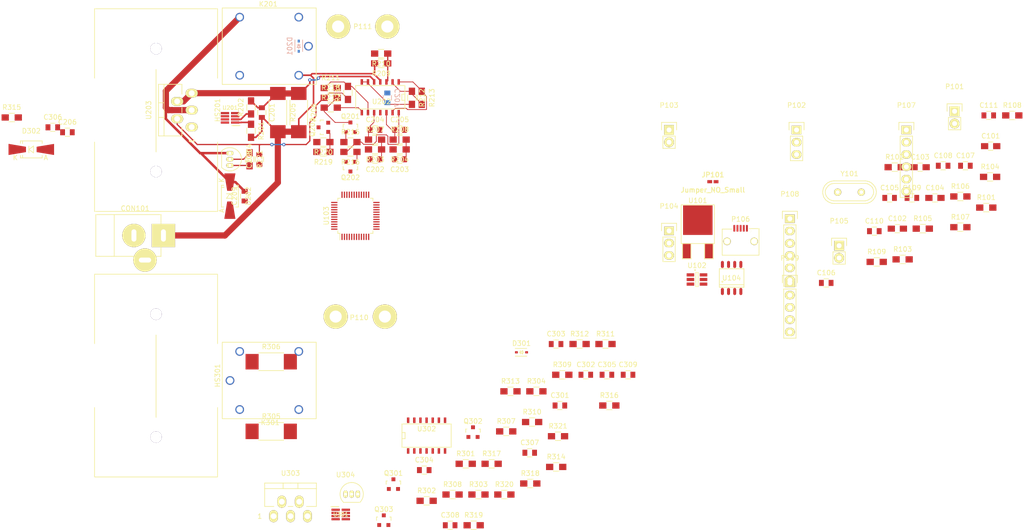
<source format=kicad_pcb>
(kicad_pcb (version 4) (host pcbnew 4.0.3+e1-6302~38~ubuntu16.04.1-stable)
  (title_block (title "Project Title"))
  (layers (0 F.Cu signal) (31 B.Cu signal) (36 B.SilkS user) (37 F.SilkS user) (38 B.Mask user) (39 F.Mask user) (44 Edge.Cuts user))
  (net 0 "")
  (net 1 +12V)
  (net 2 GND)
  (net 3 +3V3)
  (net 4 "Net-(C110-Pad2)")
  (net 5 "Net-(C111-Pad2)")
  (net 6 "Net-(C202-Pad1)")
  (net 7 "Net-(C203-Pad1)")
  (net 8 "Net-(C204-Pad1)")
  (net 9 "Net-(C205-Pad1)")
  (net 10 "Net-(C302-Pad1)")
  (net 11 "Net-(C303-Pad1)")
  (net 12 "Net-(C304-Pad1)")
  (net 13 "Net-(C305-Pad1)")
  (net 14 "Net-(JP101-Pad2)")
  (net 15 "Net-(K201-Pad2)")
  (net 16 /Channel1/OUT)
  (net 17 "Net-(K301-Pad2)")
  (net 18 /Channel2/OUT)
  (net 19 /USB_DM)
  (net 20 /USB_DP)
  (net 21 /SWCLK)
  (net 22 /SWDIO)
  (net 23 /NRST)
  (net 24 /LCD1_MD)
  (net 25 /LCD1_CS)
  (net 26 /SPI_SCK)
  (net 27 /SPI_MOSI)
  (net 28 /LCD2_MD)
  (net 29 /LCD2_CS)
  (net 30 /PB_1)
  (net 31 /ENC_1A)
  (net 32 /ENC_1B)
  (net 33 /ENC_1PB)
  (net 34 /PB_2)
  (net 35 /ENC_2A)
  (net 36 /ENC_2B)
  (net 37 /ENC_2PB)
  (net 38 /PB_3)
  (net 39 "Net-(Q201-Pad1)")
  (net 40 "Net-(Q201-Pad3)")
  (net 41 "Net-(Q202-Pad1)")
  (net 42 /C1-I-LMT)
  (net 43 "Net-(Q203-Pad1)")
  (net 44 "Net-(Q301-Pad1)")
  (net 45 "Net-(Q301-Pad3)")
  (net 46 "Net-(Q302-Pad1)")
  (net 47 /C2-I-LMT)
  (net 48 "Net-(Q303-Pad1)")
  (net 49 SCL)
  (net 50 SDA)
  (net 51 /C1-V-PWM)
  (net 52 /C1-I-PWM)
  (net 53 "Net-(R209-Pad1)")
  (net 54 "Net-(R211-Pad1)")
  (net 55 /C1-I-SENSE)
  (net 56 /CH1_PWR)
  (net 57 /C2-V-PWM)
  (net 58 /C2-I-PWM)
  (net 59 "Net-(R309-Pad1)")
  (net 60 "Net-(R311-Pad1)")
  (net 61 /C2-I-SENSE)
  (net 62 /CH2_PWR)
  (net 63 "Net-(U102-Pad4)")
  (net 64 "Net-(U102-Pad6)")
  (net 65 "Net-(U102-Pad5)")
  (net 66 /C1-V-SENSE)
  (net 67 /C2-V-SENSE)
  (net 68 "Net-(U103-Pad20)")
  (net 69 "Net-(U103-Pad26)")
  (net 70 "Net-(U203-Pad1)")
  (net 71 "Net-(U303-Pad1)")
  (net 72 /Channel1/REG-OUT)
  (net 73 /Channel2/REG-OUT)
  (net 74 /Channel1/12v-AS)
  (net 75 /Channel2/12v-AS)
  (net 76 "Net-(C208-Pad2)")
  (net 77 "Net-(C308-Pad2)")
  (net 78 "Net-(D201-Pad2)")
  (net 79 "Net-(D301-Pad2)")
  (net 80 "Net-(P106-Pad1)")
  (net 81 "Net-(R105-Pad2)")
  (net 82 "Net-(R106-Pad1)")
  (net 83 "Net-(R107-Pad1)")
  (net 84 "Net-(R201-Pad1)")
  (net 85 "Net-(R202-Pad1)")
  (net 86 "Net-(R212-Pad1)")
  (net 87 "Net-(R212-Pad2)")
  (net 88 "Net-(R215-Pad2)")
  (net 89 "Net-(R217-Pad2)")
  (net 90 "Net-(R221-Pad1)")
  (net 91 "Net-(R301-Pad1)")
  (net 92 "Net-(R302-Pad1)")
  (net 93 "Net-(R312-Pad1)")
  (net 94 "Net-(R312-Pad2)")
  (net 95 "Net-(R315-Pad2)")
  (net 96 "Net-(R317-Pad2)")
  (net 97 "Net-(R321-Pad1)")
  (net 98 "Net-(P106-Pad4)")
  (module Resistors_SMD:R_0805_HandSoldering (layer F.Cu) (at 129.339326 59.897046 90)
    (fp_text reference R202 (at 0 -2.1 90) (layer F.SilkS))
    (fp_text value 0)
    (pad 1 smd rect (at -1.35 0 90) (size 1.5 1.3) (layers F.Cu F.Mask) (net 85 "Net-(R202-Pad1)"))
    (pad 2 smd rect (at 1.35 0 90) (size 1.5 1.3) (layers F.Cu F.Mask) (net 74 /Channel1/12v-AS))
  )
  (module Capacitors_SMD:C_0805_HandSoldering (layer F.Cu) (at 282.055001 67.899)
    (fp_text reference C101 (at 0 -2.1) (layer F.SilkS))
    (fp_text value 10uf)
    (pad 1 smd rect (at -1.25 0) (size 1.5 1.25) (layers F.Cu F.Mask) (net 1 +12V))
    (pad 2 smd rect (at 1.25 0) (size 1.5 1.25) (layers F.Cu F.Mask) (net 2 GND))
  )
  (module Capacitors_SMD:C_0805_HandSoldering (layer F.Cu) (at 262.785001 84.949)
    (fp_text reference C102 (at 0 -2.1) (layer F.SilkS))
    (fp_text value 4.7uf)
    (pad 1 smd rect (at -1.25 0) (size 1.5 1.25) (layers F.Cu F.Mask) (net 3 +3V3))
    (pad 2 smd rect (at 1.25 0) (size 1.5 1.25) (layers F.Cu F.Mask) (net 2 GND))
  )
  (module Capacitors_SMD:C_0805_HandSoldering (layer F.Cu) (at 267.485001 72.249)
    (fp_text reference C103 (at 0 -2.1) (layer F.SilkS))
    (fp_text value 100nf)
    (pad 1 smd rect (at -1.25 0) (size 1.5 1.25) (layers F.Cu F.Mask) (net 3 +3V3))
    (pad 2 smd rect (at 1.25 0) (size 1.5 1.25) (layers F.Cu F.Mask) (net 2 GND))
  )
  (module Capacitors_SMD:C_0805_HandSoldering (layer F.Cu) (at 270.545001 78.599)
    (fp_text reference C104 (at 0 -2.1) (layer F.SilkS))
    (fp_text value 100nf)
    (pad 1 smd rect (at -1.25 0) (size 1.5 1.25) (layers F.Cu F.Mask) (net 3 +3V3))
    (pad 2 smd rect (at 1.25 0) (size 1.5 1.25) (layers F.Cu F.Mask) (net 2 GND))
  )
  (module Capacitors_SMD:C_0805 (layer F.Cu) (at 261.186667 78.599)
    (fp_text reference C105 (at 0 -2.1) (layer F.SilkS))
    (fp_text value 100nf)
    (pad 1 smd rect (at -1 0) (size 1 1.25) (layers F.Cu F.Mask) (net 3 +3V3))
    (pad 2 smd rect (at 1 0) (size 1 1.25) (layers F.Cu F.Mask) (net 2 GND))
  )
  (module Capacitors_SMD:C_0805 (layer F.Cu) (at 248.096667 96.169)
    (fp_text reference C106 (at 0 -2.1) (layer F.SilkS))
    (fp_text value 100nf)
    (pad 1 smd rect (at -1 0) (size 1 1.25) (layers F.Cu F.Mask) (net 3 +3V3))
    (pad 2 smd rect (at 1 0) (size 1 1.25) (layers F.Cu F.Mask) (net 2 GND))
  )
  (module Capacitors_SMD:C_0805 (layer F.Cu) (at 276.836667 71.949)
    (fp_text reference C107 (at 0 -2.1) (layer F.SilkS))
    (fp_text value 100nf)
    (pad 1 smd rect (at -1 0) (size 1 1.25) (layers F.Cu F.Mask) (net 3 +3V3))
    (pad 2 smd rect (at 1 0) (size 1 1.25) (layers F.Cu F.Mask) (net 2 GND))
  )
  (module Capacitors_SMD:C_0805 (layer F.Cu) (at 272.238571 71.949)
    (fp_text reference C108 (at 0 -2.1) (layer F.SilkS))
    (fp_text value 10nf)
    (pad 1 smd rect (at -1 0) (size 1 1.25) (layers F.Cu F.Mask) (net 3 +3V3))
    (pad 2 smd rect (at 1 0) (size 1 1.25) (layers F.Cu F.Mask) (net 2 GND))
  )
  (module Capacitors_SMD:C_0805 (layer F.Cu) (at 265.788571 78.599)
    (fp_text reference C109 (at 0 -2.1) (layer F.SilkS))
    (fp_text value 1uf)
    (pad 1 smd rect (at -1 0) (size 1 1.25) (layers F.Cu F.Mask) (net 3 +3V3))
    (pad 2 smd rect (at 1 0) (size 1 1.25) (layers F.Cu F.Mask) (net 2 GND))
  )
  (module Capacitors_SMD:C_0805 (layer F.Cu) (at 258.028571 85.469)
    (fp_text reference C110 (at 0 -2.1) (layer F.SilkS))
    (fp_text value 20pf)
    (pad 1 smd rect (at -1 0) (size 1 1.25) (layers F.Cu F.Mask) (net 2 GND))
    (pad 2 smd rect (at 1 0) (size 1 1.25) (layers F.Cu F.Mask) (net 4 "Net-(C110-Pad2)"))
  )
  (module Capacitors_SMD:C_0805 (layer F.Cu) (at 281.658571 61.549)
    (fp_text reference C111 (at 0 -2.1) (layer F.SilkS))
    (fp_text value 20pf)
    (pad 1 smd rect (at -1 0) (size 1 1.25) (layers F.Cu F.Mask) (net 2 GND))
    (pad 2 smd rect (at 1 0) (size 1 1.25) (layers F.Cu F.Mask) (net 5 "Net-(C111-Pad2)"))
  )
  (module Capacitors_SMD:C_0805 (layer F.Cu) (at 131.572 60.96 270)
    (fp_text reference C201 (at 0 -2.1 270) (layer F.SilkS))
    (fp_text value NP)
    (pad 1 smd rect (at -1 0 270) (size 1 1.25) (layers F.Cu F.Mask) (net 74 /Channel1/12v-AS))
    (pad 2 smd rect (at 1 0 270) (size 1 1.25) (layers F.Cu F.Mask) (net 1 +12V))
  )
  (module Capacitors_SMD:C_0805 (layer F.Cu) (at 154.94 70.612 180)
    (fp_text reference C202 (at 0 -2.1 180) (layer F.SilkS))
    (fp_text value 0.1u)
    (pad 1 smd rect (at -1 0 180) (size 1 1.25) (layers F.Cu F.Mask) (net 6 "Net-(C202-Pad1)"))
    (pad 2 smd rect (at 1 0 180) (size 1 1.25) (layers F.Cu F.Mask) (net 2 GND))
  )
  (module Capacitors_SMD:C_0805 (layer F.Cu) (at 160.02 70.612 180)
    (fp_text reference C203 (at 0 -2.1 180) (layer F.SilkS))
    (fp_text value 0.1u)
    (pad 1 smd rect (at -1 0 180) (size 1 1.25) (layers F.Cu F.Mask) (net 7 "Net-(C203-Pad1)"))
    (pad 2 smd rect (at 1 0 180) (size 1 1.25) (layers F.Cu F.Mask) (net 2 GND))
  )
  (module Capacitors_SMD:C_0805 (layer F.Cu) (at 154.94 64.516)
    (fp_text reference C204 (at 0 -2.1) (layer F.SilkS))
    (fp_text value 0.1u)
    (pad 1 smd rect (at -1 0) (size 1 1.25) (layers F.Cu F.Mask) (net 8 "Net-(C204-Pad1)"))
    (pad 2 smd rect (at 1 0) (size 1 1.25) (layers F.Cu F.Mask) (net 2 GND))
  )
  (module Capacitors_SMD:C_0805 (layer F.Cu) (at 160.02 64.516)
    (fp_text reference C205 (at 0 -2.1) (layer F.SilkS))
    (fp_text value 0.1u)
    (pad 1 smd rect (at -1 0) (size 1 1.25) (layers F.Cu F.Mask) (net 9 "Net-(C205-Pad1)"))
    (pad 2 smd rect (at 1 0) (size 1 1.25) (layers F.Cu F.Mask) (net 2 GND))
  )
  (module Capacitors_SMD:C_0805 (layer B.Cu) (at 157.48 57.912 90)
    (fp_text reference C207 (at 0 2.1 90) (layer B.SilkS) (effects (justify mirror)))
    (fp_text value 10uf)
    (pad 1 smd rect (at -1 0 90) (size 1 1.25) (layers B.Cu B.Mask) (net 2 GND))
    (pad 2 smd rect (at 1 0 90) (size 1 1.25) (layers B.Cu B.Mask) (net 74 /Channel1/12v-AS))
  )
  (module Capacitors_SMD:C_0805 (layer F.Cu) (at 131.064 70.612 90)
    (fp_text reference C208 (at 0 -2.1 90) (layer F.SilkS))
    (fp_text value 10uf)
    (pad 1 smd rect (at -1 0 90) (size 1 1.25) (layers F.Cu F.Mask) (net 2 GND))
    (pad 2 smd rect (at 1 0 90) (size 1 1.25) (layers F.Cu F.Mask) (net 76 "Net-(C208-Pad2)"))
  )
  (module Capacitors_SMD:C_0805 (layer F.Cu) (at 128.016 78.232 90)
    (fp_text reference C209 (at 0 -2.1 90) (layer F.SilkS))
    (fp_text value 10uf)
    (pad 1 smd rect (at -1 0 90) (size 1 1.25) (layers F.Cu F.Mask) (net 2 GND))
    (pad 2 smd rect (at 1 0 90) (size 1 1.25) (layers F.Cu F.Mask) (net 72 /Channel1/REG-OUT))
  )
  (module Capacitors_SMD:C_0805 (layer F.Cu) (at 193.108571 121.499)
    (fp_text reference C301 (at 0 -2.1) (layer F.SilkS))
    (fp_text value NP)
    (pad 1 smd rect (at -1 0) (size 1 1.25) (layers F.Cu F.Mask) (net 75 /Channel2/12v-AS))
    (pad 2 smd rect (at 1 0) (size 1 1.25) (layers F.Cu F.Mask) (net 1 +12V))
  )
  (module Capacitors_SMD:C_0805 (layer F.Cu) (at 198.458571 115.149)
    (fp_text reference C302 (at 0 -2.1) (layer F.SilkS))
    (fp_text value 0.1u)
    (pad 1 smd rect (at -1 0) (size 1 1.25) (layers F.Cu F.Mask) (net 10 "Net-(C302-Pad1)"))
    (pad 2 smd rect (at 1 0) (size 1 1.25) (layers F.Cu F.Mask) (net 2 GND))
  )
  (module Capacitors_SMD:C_0805 (layer F.Cu) (at 192.318571 108.799)
    (fp_text reference C303 (at 0 -2.1) (layer F.SilkS))
    (fp_text value 0.1u)
    (pad 1 smd rect (at -1 0) (size 1 1.25) (layers F.Cu F.Mask) (net 11 "Net-(C303-Pad1)"))
    (pad 2 smd rect (at 1 0) (size 1 1.25) (layers F.Cu F.Mask) (net 2 GND))
  )
  (module Capacitors_SMD:C_0805 (layer F.Cu) (at 165.098571 134.849)
    (fp_text reference C304 (at 0 -2.1) (layer F.SilkS))
    (fp_text value 0.1u)
    (pad 1 smd rect (at -1 0) (size 1 1.25) (layers F.Cu F.Mask) (net 12 "Net-(C304-Pad1)"))
    (pad 2 smd rect (at 1 0) (size 1 1.25) (layers F.Cu F.Mask) (net 2 GND))
  )
  (module Capacitors_SMD:C_0805 (layer F.Cu) (at 202.818571 115.149)
    (fp_text reference C305 (at 0 -2.1) (layer F.SilkS))
    (fp_text value 0.1u)
    (pad 1 smd rect (at -1 0) (size 1 1.25) (layers F.Cu F.Mask) (net 13 "Net-(C305-Pad1)"))
    (pad 2 smd rect (at 1 0) (size 1 1.25) (layers F.Cu F.Mask) (net 2 GND))
  )
  (module Capacitors_SMD:C_0805 (layer F.Cu) (at 186.878571 131.269)
    (fp_text reference C307 (at 0 -2.1) (layer F.SilkS))
    (fp_text value 10uf)
    (pad 1 smd rect (at -1 0) (size 1 1.25) (layers F.Cu F.Mask) (net 2 GND))
    (pad 2 smd rect (at 1 0) (size 1 1.25) (layers F.Cu F.Mask) (net 75 /Channel2/12v-AS))
  )
  (module Capacitors_SMD:C_0805 (layer F.Cu) (at 170.448571 146.249)
    (fp_text reference C308 (at 0 -2.1) (layer F.SilkS))
    (fp_text value 10uf)
    (pad 1 smd rect (at -1 0) (size 1 1.25) (layers F.Cu F.Mask) (net 2 GND))
    (pad 2 smd rect (at 1 0) (size 1 1.25) (layers F.Cu F.Mask) (net 77 "Net-(C308-Pad2)"))
  )
  (module Capacitors_SMD:C_0805 (layer F.Cu) (at 207.178571 115.149)
    (fp_text reference C309 (at 0 -2.1) (layer F.SilkS))
    (fp_text value 10uf)
    (pad 1 smd rect (at -1 0) (size 1 1.25) (layers F.Cu F.Mask) (net 2 GND))
    (pad 2 smd rect (at 1 0) (size 1 1.25) (layers F.Cu F.Mask) (net 73 /Channel2/REG-OUT))
  )
  (module Connect:JACK_ALIM (layer F.Cu) (at 105.156 86.36)
    (fp_text reference CON101 (at 0.254 -5.588) (layer F.SilkS))
    (fp_text value BARREL_JACK)
    (pad 2 thru_hole circle (at 0 0) (size 4.8006 4.8006) (drill oval 1.016 2.54) (layers *.Cu *.Mask F.SilkS) (net 2 GND))
    (pad 1 thru_hole rect (at 6.096 0) (size 4.8006 4.8006) (drill oval 1.016 2.54) (layers *.Cu *.Mask F.SilkS) (net 1 +12V))
    (pad 3 thru_hole circle (at 2.286 5.08) (size 4.8006 4.8006) (drill oval 2.54 1.016) (layers *.Cu *.Mask F.SilkS) (net 2 GND))
  )
  (module stmps:MADW__SMD-solder-bridge-narrow (layer F.Cu) (at 224.699048 75.244)
    (fp_text reference JP101 (at 0.02 -1.42) (layer F.SilkS) (effects (font (thickness 0.2))))
    (fp_text value Jumper_NO_Small (at 0 1.72) (layer F.SilkS) (effects (font (thickness 0.2))))
    (pad 1 smd rect (at -0.65024 0) (size 1.00076 0.65024) (layers F.Cu F.Mask) (net 2 GND))
    (pad 2 smd rect (at 0.65024 0) (size 1.00076 0.65024) (layers F.Cu F.Mask) (net 14 "Net-(JP101-Pad2)"))
  )
  (module Pin_Headers:Pin_Header_Straight_1x02 (layer F.Cu) (at 250.763333 88.469)
    (fp_text reference P105 (at 0 -5.1) (layer F.SilkS))
    (fp_text value CONN_01X02)
    (pad 1 thru_hole rect (at 0 0) (size 2.032 2.032) (drill 1.016) (layers *.Cu *.Mask F.SilkS) (net 38 /PB_3))
    (pad 2 thru_hole oval (at 0 2.54) (size 2.032 2.032) (drill 1.016) (layers *.Cu *.Mask F.SilkS) (net 2 GND))
  )
  (module TO_SOT_Packages_SMD:SOT-23 (layer F.Cu) (at 149.86 64.008)
    (fp_text reference Q201 (at 0 -2.25) (layer F.SilkS))
    (fp_text value MMBT3904)
    (pad 1 smd rect (at -0.95 1.00076) (size 0.8001 0.8001) (layers F.Cu F.Mask) (net 39 "Net-(Q201-Pad1)"))
    (pad 2 smd rect (at 0.95 1.00076) (size 0.8001 0.8001) (layers F.Cu F.Mask) (net 2 GND))
    (pad 3 smd rect (at 0 -0.99822) (size 0.8001 0.8001) (layers F.Cu F.Mask) (net 40 "Net-(Q201-Pad3)"))
  )
  (module TO_SOT_Packages_SMD:SOT-23 (layer F.Cu) (at 149.86 72.136 180)
    (fp_text reference Q202 (at 0 -2.25 180) (layer F.SilkS))
    (fp_text value MMBT3904)
    (pad 1 smd rect (at -0.95 1.00076 180) (size 0.8001 0.8001) (layers F.Cu F.Mask) (net 41 "Net-(Q202-Pad1)"))
    (pad 2 smd rect (at 0.95 1.00076 180) (size 0.8001 0.8001) (layers F.Cu F.Mask) (net 2 GND))
    (pad 3 smd rect (at 0 -0.99822 180) (size 0.8001 0.8001) (layers F.Cu F.Mask) (net 42 /C1-I-LMT))
  )
  (module TO_SOT_Packages_SMD:SOT-23 (layer F.Cu) (at 144.272 64.008 90)
    (fp_text reference Q203 (at 0 -2.25 90) (layer F.SilkS))
    (fp_text value MMBT3904)
    (pad 1 smd rect (at -0.95 1.00076 90) (size 0.8001 0.8001) (layers F.Cu F.Mask) (net 43 "Net-(Q203-Pad1)"))
    (pad 2 smd rect (at 0.95 1.00076 90) (size 0.8001 0.8001) (layers F.Cu F.Mask) (net 2 GND))
    (pad 3 smd rect (at 0 -0.99822 90) (size 0.8001 0.8001) (layers F.Cu F.Mask) (net 78 "Net-(D201-Pad2)"))
  )
  (module TO_SOT_Packages_SMD:SOT-23 (layer F.Cu) (at 158.738571 137.749)
    (fp_text reference Q301 (at 0 -2.25) (layer F.SilkS))
    (fp_text value MMBT3904)
    (pad 1 smd rect (at -0.95 1.00076) (size 0.8001 0.8001) (layers F.Cu F.Mask) (net 44 "Net-(Q301-Pad1)"))
    (pad 2 smd rect (at 0.95 1.00076) (size 0.8001 0.8001) (layers F.Cu F.Mask) (net 2 GND))
    (pad 3 smd rect (at 0 -0.99822) (size 0.8001 0.8001) (layers F.Cu F.Mask) (net 45 "Net-(Q301-Pad3)"))
  )
  (module TO_SOT_Packages_SMD:SOT-23 (layer F.Cu) (at 175.168571 126.999)
    (fp_text reference Q302 (at 0 -2.25) (layer F.SilkS))
    (fp_text value MMBT3904)
    (pad 1 smd rect (at -0.95 1.00076) (size 0.8001 0.8001) (layers F.Cu F.Mask) (net 46 "Net-(Q302-Pad1)"))
    (pad 2 smd rect (at 0.95 1.00076) (size 0.8001 0.8001) (layers F.Cu F.Mask) (net 2 GND))
    (pad 3 smd rect (at 0 -0.99822) (size 0.8001 0.8001) (layers F.Cu F.Mask) (net 47 /C2-I-LMT))
  )
  (module TO_SOT_Packages_SMD:SOT-23 (layer F.Cu) (at 156.748571 145.199)
    (fp_text reference Q303 (at 0 -2.25) (layer F.SilkS))
    (fp_text value MMBT3904)
    (pad 1 smd rect (at -0.95 1.00076) (size 0.8001 0.8001) (layers F.Cu F.Mask) (net 48 "Net-(Q303-Pad1)"))
    (pad 2 smd rect (at 0.95 1.00076) (size 0.8001 0.8001) (layers F.Cu F.Mask) (net 2 GND))
    (pad 3 smd rect (at 0 -0.99822) (size 0.8001 0.8001) (layers F.Cu F.Mask) (net 79 "Net-(D301-Pad2)"))
  )
  (module Resistors_SMD:R_0805_HandSoldering (layer F.Cu) (at 281.145001 80.599)
    (fp_text reference R101 (at 0 -2.1) (layer F.SilkS))
    (fp_text value 2.2k)
    (pad 1 smd rect (at -1.35 0) (size 1.5 1.3) (layers F.Cu F.Mask) (net 49 SCL))
    (pad 2 smd rect (at 1.35 0) (size 1.5 1.3) (layers F.Cu F.Mask) (net 3 +3V3))
  )
  (module Resistors_SMD:R_0805_HandSoldering (layer F.Cu) (at 262.235001 72.249)
    (fp_text reference R102 (at 0 -2.1) (layer F.SilkS))
    (fp_text value 2.2k)
    (pad 1 smd rect (at -1.35 0) (size 1.5 1.3) (layers F.Cu F.Mask) (net 3 +3V3))
    (pad 2 smd rect (at 1.35 0) (size 1.5 1.3) (layers F.Cu F.Mask) (net 50 SDA))
  )
  (module Resistors_SMD:R_0805_HandSoldering (layer F.Cu) (at 263.875001 91.299)
    (fp_text reference R103 (at 0 -2.1) (layer F.SilkS))
    (fp_text value 4.7k)
    (pad 1 smd rect (at -1.35 0) (size 1.5 1.3) (layers F.Cu F.Mask) (net 20 /USB_DP))
    (pad 2 smd rect (at 1.35 0) (size 1.5 1.3) (layers F.Cu F.Mask) (net 3 +3V3))
  )
  (module Resistors_SMD:R_0805_HandSoldering (layer F.Cu) (at 281.935001 74.249)
    (fp_text reference R104 (at 0 -2.1) (layer F.SilkS))
    (fp_text value 10k)
    (pad 1 smd rect (at -1.35 0) (size 1.5 1.3) (layers F.Cu F.Mask) (net 3 +3V3))
    (pad 2 smd rect (at 1.35 0) (size 1.5 1.3) (layers F.Cu F.Mask) (net 14 "Net-(JP101-Pad2)"))
  )
  (module Resistors_SMD:R_0805_HandSoldering (layer F.Cu) (at 268.035001 84.949)
    (fp_text reference R105 (at 0 -2.1) (layer F.SilkS))
    (fp_text value 220)
    (pad 1 smd rect (at -1.35 0) (size 1.5 1.3) (layers F.Cu F.Mask) (net 4 "Net-(C110-Pad2)"))
    (pad 2 smd rect (at 1.35 0) (size 1.5 1.3) (layers F.Cu F.Mask) (net 81 "Net-(R105-Pad2)"))
  )
  (module Resistors_SMD:R_0805_HandSoldering (layer F.Cu) (at 275.795001 78.299)
    (fp_text reference R106 (at 0 -2.1) (layer F.SilkS))
    (fp_text value 4.3k)
    (pad 1 smd rect (at -1.35 0) (size 1.5 1.3) (layers F.Cu F.Mask) (net 82 "Net-(R106-Pad1)"))
    (pad 2 smd rect (at 1.35 0) (size 1.5 1.3) (layers F.Cu F.Mask) (net 16 /Channel1/OUT))
  )
  (module Resistors_SMD:R_0805_HandSoldering (layer F.Cu) (at 275.795001 84.649)
    (fp_text reference R107 (at 0 -2.1) (layer F.SilkS))
    (fp_text value 4.3k)
    (pad 1 smd rect (at -1.35 0) (size 1.5 1.3) (layers F.Cu F.Mask) (net 83 "Net-(R107-Pad1)"))
    (pad 2 smd rect (at 1.35 0) (size 1.5 1.3) (layers F.Cu F.Mask) (net 18 /Channel2/OUT))
  )
  (module Resistors_SMD:R_0805_HandSoldering (layer F.Cu) (at 286.515001 61.549)
    (fp_text reference R108 (at 0 -2.1) (layer F.SilkS))
    (fp_text value 10k)
    (pad 1 smd rect (at -1.35 0) (size 1.5 1.3) (layers F.Cu F.Mask) (net 2 GND))
    (pad 2 smd rect (at 1.35 0) (size 1.5 1.3) (layers F.Cu F.Mask) (net 82 "Net-(R106-Pad1)"))
  )
  (module Resistors_SMD:R_0805_HandSoldering (layer F.Cu) (at 258.525001 91.819)
    (fp_text reference R109 (at 0 -2.1) (layer F.SilkS))
    (fp_text value 10k)
    (pad 1 smd rect (at -1.35 0) (size 1.5 1.3) (layers F.Cu F.Mask) (net 2 GND))
    (pad 2 smd rect (at 1.35 0) (size 1.5 1.3) (layers F.Cu F.Mask) (net 83 "Net-(R107-Pad1)"))
  )
  (module Resistors_SMD:R_0805_HandSoldering (layer F.Cu) (at 129.339326 64.723046 270)
    (fp_text reference R201 (at 0 -2.1 270) (layer F.SilkS))
    (fp_text value 0)
    (pad 1 smd rect (at -1.35 0 270) (size 1.5 1.3) (layers F.Cu F.Mask) (net 84 "Net-(R201-Pad1)"))
    (pad 2 smd rect (at 1.35 0 270) (size 1.5 1.3) (layers F.Cu F.Mask) (net 1 +12V))
  )
  (module Resistors_SMD:R_0805_HandSoldering (layer F.Cu) (at 154.94 68.58 180)
    (fp_text reference R203 (at 0 -2.1 180) (layer F.SilkS))
    (fp_text value 100k)
    (pad 1 smd rect (at -1.35 0 180) (size 1.5 1.3) (layers F.Cu F.Mask) (net 6 "Net-(C202-Pad1)"))
    (pad 2 smd rect (at 1.35 0 180) (size 1.5 1.3) (layers F.Cu F.Mask) (net 51 /C1-V-PWM))
  )
  (module Resistors_SMD:R_0805_HandSoldering (layer F.Cu) (at 160.02 68.58 180)
    (fp_text reference R204 (at 0 -2.1 180) (layer F.SilkS))
    (fp_text value 100k)
    (pad 1 smd rect (at -1.35 0 180) (size 1.5 1.3) (layers F.Cu F.Mask) (net 7 "Net-(C203-Pad1)"))
    (pad 2 smd rect (at 1.35 0 180) (size 1.5 1.3) (layers F.Cu F.Mask) (net 52 /C1-I-PWM))
  )
  (module Resistors_SMD:R_0805_HandSoldering (layer F.Cu) (at 154.94 66.548)
    (fp_text reference R207 (at 0 -2.1) (layer F.SilkS))
    (fp_text value 100k)
    (pad 1 smd rect (at -1.35 0) (size 1.5 1.3) (layers F.Cu F.Mask) (net 8 "Net-(C204-Pad1)"))
    (pad 2 smd rect (at 1.35 0) (size 1.5 1.3) (layers F.Cu F.Mask) (net 6 "Net-(C202-Pad1)"))
  )
  (module Resistors_SMD:R_0805_HandSoldering (layer F.Cu) (at 160.02 66.548)
    (fp_text reference R208 (at 0 -2.1) (layer F.SilkS))
    (fp_text value 100k)
    (pad 1 smd rect (at -1.35 0) (size 1.5 1.3) (layers F.Cu F.Mask) (net 9 "Net-(C205-Pad1)"))
    (pad 2 smd rect (at 1.35 0) (size 1.5 1.3) (layers F.Cu F.Mask) (net 7 "Net-(C203-Pad1)"))
  )
  (module Resistors_SMD:R_0805_HandSoldering (layer F.Cu) (at 156.21 50.8 180)
    (fp_text reference R209 (at 0 -2.1 180) (layer F.SilkS))
    (fp_text value 10k)
    (pad 1 smd rect (at -1.35 0 180) (size 1.5 1.3) (layers F.Cu F.Mask) (net 53 "Net-(R209-Pad1)"))
    (pad 2 smd rect (at 1.35 0 180) (size 1.5 1.3) (layers F.Cu F.Mask) (net 1 +12V))
  )
  (module Resistors_SMD:R_0805_HandSoldering (layer F.Cu) (at 156.21 48.768 180)
    (fp_text reference R210 (at 0 -2.1 180) (layer F.SilkS))
    (fp_text value 100k)
    (pad 1 smd rect (at -1.35 0 180) (size 1.5 1.3) (layers F.Cu F.Mask) (net 53 "Net-(R209-Pad1)"))
    (pad 2 smd rect (at 1.35 0 180) (size 1.5 1.3) (layers F.Cu F.Mask) (net 2 GND))
  )
  (module Resistors_SMD:R_0805_HandSoldering (layer F.Cu) (at 145.796 55.88)
    (fp_text reference R211 (at 0 -2.1) (layer F.SilkS))
    (fp_text value 4.3k)
    (pad 1 smd rect (at -1.35 0) (size 1.5 1.3) (layers F.Cu F.Mask) (net 54 "Net-(R211-Pad1)"))
    (pad 2 smd rect (at 1.35 0) (size 1.5 1.3) (layers F.Cu F.Mask) (net 2 GND))
  )
  (module Resistors_SMD:R_0805_HandSoldering (layer F.Cu) (at 162.56 57.912 270)
    (fp_text reference R212 (at 0 -2.1 270) (layer F.SilkS))
    (fp_text value 10k)
    (pad 1 smd rect (at -1.35 0 270) (size 1.5 1.3) (layers F.Cu F.Mask) (net 86 "Net-(R212-Pad1)"))
    (pad 2 smd rect (at 1.35 0 270) (size 1.5 1.3) (layers F.Cu F.Mask) (net 87 "Net-(R212-Pad2)"))
  )
  (module Resistors_SMD:R_0805_HandSoldering (layer F.Cu) (at 164.592 57.912 270)
    (fp_text reference R213 (at 0 -2.1 270) (layer F.SilkS))
    (fp_text value 100k)
    (pad 1 smd rect (at -1.35 0 270) (size 1.5 1.3) (layers F.Cu F.Mask) (net 55 /C1-I-SENSE))
    (pad 2 smd rect (at 1.35 0 270) (size 1.5 1.3) (layers F.Cu F.Mask) (net 86 "Net-(R212-Pad1)"))
  )
  (module Resistors_SMD:R_0805_HandSoldering (layer F.Cu) (at 149.352 56.896 90)
    (fp_text reference R214 (at 0 -2.1 90) (layer F.SilkS))
    (fp_text value 10k)
    (pad 1 smd rect (at -1.35 0 90) (size 1.5 1.3) (layers F.Cu F.Mask) (net 76 "Net-(C208-Pad2)"))
    (pad 2 smd rect (at 1.35 0 90) (size 1.5 1.3) (layers F.Cu F.Mask) (net 54 "Net-(R211-Pad1)"))
  )
  (module Resistors_SMD:R_0805_HandSoldering (layer F.Cu) (at 149.86 69.088 180)
    (fp_text reference R216 (at 0 -2.1 180) (layer F.SilkS))
    (fp_text value 10k)
    (pad 1 smd rect (at -1.35 0 180) (size 1.5 1.3) (layers F.Cu F.Mask) (net 41 "Net-(Q202-Pad1)"))
    (pad 2 smd rect (at 1.35 0 180) (size 1.5 1.3) (layers F.Cu F.Mask) (net 88 "Net-(R215-Pad2)"))
  )
  (module Resistors_SMD:R_0805_HandSoldering (layer F.Cu) (at 145.796 59.944)
    (fp_text reference R217 (at 0 -2.1) (layer F.SilkS))
    (fp_text value 1k)
    (pad 1 smd rect (at -1.35 0) (size 1.5 1.3) (layers F.Cu F.Mask) (net 40 "Net-(Q201-Pad3)"))
    (pad 2 smd rect (at 1.35 0) (size 1.5 1.3) (layers F.Cu F.Mask) (net 89 "Net-(R217-Pad2)"))
  )
  (module Resistors_SMD:R_0805_HandSoldering (layer F.Cu) (at 145.796 57.912)
    (fp_text reference R218 (at 0 -2.1) (layer F.SilkS))
    (fp_text value 100)
    (pad 1 smd rect (at -1.35 0) (size 1.5 1.3) (layers F.Cu F.Mask) (net 76 "Net-(C208-Pad2)"))
    (pad 2 smd rect (at 1.35 0) (size 1.5 1.3) (layers F.Cu F.Mask) (net 40 "Net-(Q201-Pad3)"))
  )
  (module Resistors_SMD:R_0805_HandSoldering (layer F.Cu) (at 144.272 69.088 180)
    (fp_text reference R219 (at 0 -2.1 180) (layer F.SilkS))
    (fp_text value 1k)
    (pad 1 smd rect (at -1.35 0 180) (size 1.5 1.3) (layers F.Cu F.Mask) (net 43 "Net-(Q203-Pad1)"))
    (pad 2 smd rect (at 1.35 0 180) (size 1.5 1.3) (layers F.Cu F.Mask) (net 56 /CH1_PWR))
  )
  (module Resistors_SMD:R_0805_HandSoldering (layer F.Cu) (at 144.272 67.056 180)
    (fp_text reference R220 (at 0 -2.1 180) (layer F.SilkS))
    (fp_text value 10k)
    (pad 1 smd rect (at -1.35 0 180) (size 1.5 1.3) (layers F.Cu F.Mask) (net 43 "Net-(Q203-Pad1)"))
    (pad 2 smd rect (at 1.35 0 180) (size 1.5 1.3) (layers F.Cu F.Mask) (net 2 GND))
  )
  (module Resistors_SMD:R_0805_HandSoldering (layer F.Cu) (at 129.032 70.612 270)
    (fp_text reference R221 (at 0 -2.1 270) (layer F.SilkS))
    (fp_text value 100)
    (pad 1 smd rect (at -1.35 0 270) (size 1.5 1.3) (layers F.Cu F.Mask) (net 90 "Net-(R221-Pad1)"))
    (pad 2 smd rect (at 1.35 0 270) (size 1.5 1.3) (layers F.Cu F.Mask) (net 2 GND))
  )
  (module Resistors_SMD:R_0805_HandSoldering (layer F.Cu) (at 173.665001 133.549)
    (fp_text reference R301 (at 0 -2.1) (layer F.SilkS))
    (fp_text value 0)
    (pad 1 smd rect (at -1.35 0) (size 1.5 1.3) (layers F.Cu F.Mask) (net 91 "Net-(R301-Pad1)"))
    (pad 2 smd rect (at 1.35 0) (size 1.5 1.3) (layers F.Cu F.Mask) (net 1 +12V))
  )
  (module Resistors_SMD:R_0805_HandSoldering (layer F.Cu) (at 165.595001 141.199)
    (fp_text reference R302 (at 0 -2.1) (layer F.SilkS))
    (fp_text value 0)
    (pad 1 smd rect (at -1.35 0) (size 1.5 1.3) (layers F.Cu F.Mask) (net 92 "Net-(R302-Pad1)"))
    (pad 2 smd rect (at 1.35 0) (size 1.5 1.3) (layers F.Cu F.Mask) (net 75 /Channel2/12v-AS))
  )
  (module Resistors_SMD:R_0805_HandSoldering (layer F.Cu) (at 176.295001 139.899)
    (fp_text reference R303 (at 0 -2.1) (layer F.SilkS))
    (fp_text value 100k)
    (pad 1 smd rect (at -1.35 0) (size 1.5 1.3) (layers F.Cu F.Mask) (net 10 "Net-(C302-Pad1)"))
    (pad 2 smd rect (at 1.35 0) (size 1.5 1.3) (layers F.Cu F.Mask) (net 57 /C2-V-PWM))
  )
  (module Resistors_SMD:R_0805_HandSoldering (layer F.Cu) (at 188.255001 118.569)
    (fp_text reference R304 (at 0 -2.1) (layer F.SilkS))
    (fp_text value 100k)
    (pad 1 smd rect (at -1.35 0) (size 1.5 1.3) (layers F.Cu F.Mask) (net 11 "Net-(C303-Pad1)"))
    (pad 2 smd rect (at 1.35 0) (size 1.5 1.3) (layers F.Cu F.Mask) (net 58 /C2-I-PWM))
  )
  (module Resistors_SMD:R_0805_HandSoldering (layer F.Cu) (at 182.025001 126.849)
    (fp_text reference R307 (at 0 -2.1) (layer F.SilkS))
    (fp_text value 100k)
    (pad 1 smd rect (at -1.35 0) (size 1.5 1.3) (layers F.Cu F.Mask) (net 12 "Net-(C304-Pad1)"))
    (pad 2 smd rect (at 1.35 0) (size 1.5 1.3) (layers F.Cu F.Mask) (net 10 "Net-(C302-Pad1)"))
  )
  (module Resistors_SMD:R_0805_HandSoldering (layer F.Cu) (at 170.945001 139.899)
    (fp_text reference R308 (at 0 -2.1) (layer F.SilkS))
    (fp_text value 100k)
    (pad 1 smd rect (at -1.35 0) (size 1.5 1.3) (layers F.Cu F.Mask) (net 13 "Net-(C305-Pad1)"))
    (pad 2 smd rect (at 1.35 0) (size 1.5 1.3) (layers F.Cu F.Mask) (net 11 "Net-(C303-Pad1)"))
  )
  (module Resistors_SMD:R_0805_HandSoldering (layer F.Cu) (at 193.605001 115.149)
    (fp_text reference R309 (at 0 -2.1) (layer F.SilkS))
    (fp_text value 10k)
    (pad 1 smd rect (at -1.35 0) (size 1.5 1.3) (layers F.Cu F.Mask) (net 59 "Net-(R309-Pad1)"))
    (pad 2 smd rect (at 1.35 0) (size 1.5 1.3) (layers F.Cu F.Mask) (net 1 +12V))
  )
  (module Resistors_SMD:R_0805_HandSoldering (layer F.Cu) (at 187.375001 124.919)
    (fp_text reference R310 (at 0 -2.1) (layer F.SilkS))
    (fp_text value 100k)
    (pad 1 smd rect (at -1.35 0) (size 1.5 1.3) (layers F.Cu F.Mask) (net 59 "Net-(R309-Pad1)"))
    (pad 2 smd rect (at 1.35 0) (size 1.5 1.3) (layers F.Cu F.Mask) (net 2 GND))
  )
  (module Resistors_SMD:R_0805_HandSoldering (layer F.Cu) (at 202.525001 108.799)
    (fp_text reference R311 (at 0 -2.1) (layer F.SilkS))
    (fp_text value 4.3k)
    (pad 1 smd rect (at -1.35 0) (size 1.5 1.3) (layers F.Cu F.Mask) (net 60 "Net-(R311-Pad1)"))
    (pad 2 smd rect (at 1.35 0) (size 1.5 1.3) (layers F.Cu F.Mask) (net 2 GND))
  )
  (module Resistors_SMD:R_0805_HandSoldering (layer F.Cu) (at 197.175001 108.799)
    (fp_text reference R312 (at 0 -2.1) (layer F.SilkS))
    (fp_text value 10k)
    (pad 1 smd rect (at -1.35 0) (size 1.5 1.3) (layers F.Cu F.Mask) (net 93 "Net-(R312-Pad1)"))
    (pad 2 smd rect (at 1.35 0) (size 1.5 1.3) (layers F.Cu F.Mask) (net 94 "Net-(R312-Pad2)"))
  )
  (module Resistors_SMD:R_0805_HandSoldering (layer F.Cu) (at 182.905001 118.569)
    (fp_text reference R313 (at 0 -2.1) (layer F.SilkS))
    (fp_text value 100k)
    (pad 1 smd rect (at -1.35 0) (size 1.5 1.3) (layers F.Cu F.Mask) (net 61 /C2-I-SENSE))
    (pad 2 smd rect (at 1.35 0) (size 1.5 1.3) (layers F.Cu F.Mask) (net 93 "Net-(R312-Pad1)"))
  )
  (module Resistors_SMD:R_0805_HandSoldering (layer F.Cu) (at 192.345001 134.199)
    (fp_text reference R314 (at 0 -2.1) (layer F.SilkS))
    (fp_text value 10k)
    (pad 1 smd rect (at -1.35 0) (size 1.5 1.3) (layers F.Cu F.Mask) (net 77 "Net-(C308-Pad2)"))
    (pad 2 smd rect (at 1.35 0) (size 1.5 1.3) (layers F.Cu F.Mask) (net 60 "Net-(R311-Pad1)"))
  )
  (module Resistors_SMD:R_0805_HandSoldering (layer F.Cu) (at 203.315001 121.499)
    (fp_text reference R316 (at 0 -2.1) (layer F.SilkS))
    (fp_text value 10k)
    (pad 1 smd rect (at -1.35 0) (size 1.5 1.3) (layers F.Cu F.Mask) (net 46 "Net-(Q302-Pad1)"))
    (pad 2 smd rect (at 1.35 0) (size 1.5 1.3) (layers F.Cu F.Mask) (net 95 "Net-(R315-Pad2)"))
  )
  (module Resistors_SMD:R_0805_HandSoldering (layer F.Cu) (at 179.015001 133.549)
    (fp_text reference R317 (at 0 -2.1) (layer F.SilkS))
    (fp_text value 1k)
    (pad 1 smd rect (at -1.35 0) (size 1.5 1.3) (layers F.Cu F.Mask) (net 45 "Net-(Q301-Pad3)"))
    (pad 2 smd rect (at 1.35 0) (size 1.5 1.3) (layers F.Cu F.Mask) (net 96 "Net-(R317-Pad2)"))
  )
  (module Resistors_SMD:R_0805_HandSoldering (layer F.Cu) (at 186.995001 137.619)
    (fp_text reference R318 (at 0 -2.1) (layer F.SilkS))
    (fp_text value 100)
    (pad 1 smd rect (at -1.35 0) (size 1.5 1.3) (layers F.Cu F.Mask) (net 77 "Net-(C308-Pad2)"))
    (pad 2 smd rect (at 1.35 0) (size 1.5 1.3) (layers F.Cu F.Mask) (net 45 "Net-(Q301-Pad3)"))
  )
  (module Resistors_SMD:R_0805_HandSoldering (layer F.Cu) (at 175.305001 146.249)
    (fp_text reference R319 (at 0 -2.1) (layer F.SilkS))
    (fp_text value 1k)
    (pad 1 smd rect (at -1.35 0) (size 1.5 1.3) (layers F.Cu F.Mask) (net 48 "Net-(Q303-Pad1)"))
    (pad 2 smd rect (at 1.35 0) (size 1.5 1.3) (layers F.Cu F.Mask) (net 62 /CH2_PWR))
  )
  (module Resistors_SMD:R_0805_HandSoldering (layer F.Cu) (at 181.645001 139.899)
    (fp_text reference R320 (at 0 -2.1) (layer F.SilkS))
    (fp_text value 10k)
    (pad 1 smd rect (at -1.35 0) (size 1.5 1.3) (layers F.Cu F.Mask) (net 48 "Net-(Q303-Pad1)"))
    (pad 2 smd rect (at 1.35 0) (size 1.5 1.3) (layers F.Cu F.Mask) (net 2 GND))
  )
  (module Resistors_SMD:R_0805_HandSoldering (layer F.Cu) (at 192.725001 127.849)
    (fp_text reference R321 (at 0 -2.1) (layer F.SilkS))
    (fp_text value 100)
    (pad 1 smd rect (at -1.35 0) (size 1.5 1.3) (layers F.Cu F.Mask) (net 97 "Net-(R321-Pad1)"))
    (pad 2 smd rect (at 1.35 0) (size 1.5 1.3) (layers F.Cu F.Mask) (net 2 GND))
  )
  (module TO_SOT_Packages_SMD:TO-252-2Lead (layer F.Cu) (at 221.584001 89.553)
    (fp_text reference U101 (at 0 -10.414) (layer F.SilkS))
    (fp_text value LM1117)
    (pad 1 smd rect (at -2.286 0) (size 1.651 3.048) (layers F.Cu F.Mask) (net 2 GND))
    (pad 2 smd rect (at 0 -6.35) (size 6.096 6.096) (layers F.Cu F.Mask) (net 3 +3V3))
    (pad 3 smd rect (at 2.286 0) (size 1.651 3.048) (layers F.Cu F.Mask) (net 1 +12V))
  )
  (module TO_SOT_Packages_SMD:SOT-23-6_Handsoldering (layer F.Cu) (at 221.413333 95.459)
    (fp_text reference U102 (at 0 -2.9) (layer F.SilkS))
    (fp_text value AOZ8904)
    (pad 1 smd rect (at -1.35 -0.95) (size 1.56 0.65) (layers F.Cu F.Mask) (net 20 /USB_DP))
    (pad 2 smd rect (at -1.35 0) (size 1.56 0.65) (layers F.Cu F.Mask) (net 2 GND))
    (pad 3 smd rect (at -1.35 0.95) (size 1.56 0.65) (layers F.Cu F.Mask) (net 19 /USB_DM))
    (pad 4 smd rect (at 1.35 0.95) (size 1.56 0.65) (layers F.Cu F.Mask) (net 63 "Net-(U102-Pad4)"))
    (pad 6 smd rect (at 1.35 -0.95) (size 1.56 0.65) (layers F.Cu F.Mask) (net 64 "Net-(U102-Pad6)"))
    (pad 5 smd rect (at 1.35 0) (size 1.56 0.65) (layers F.Cu F.Mask) (net 65 "Net-(U102-Pad5)"))
  )
  (module Housings_QFP:LQFP-48_7x7mm_Pitch0.5mm (layer F.Cu) (at 150.876 82.296 90)
    (fp_text reference U103 (at 0 -6 90) (layer F.SilkS))
    (fp_text value STM32F103C8Tx)
    (pad 1 smd rect (at -4.35 -2.75 90) (size 1.3 0.25) (layers F.Cu F.Mask) (net 3 +3V3))
    (pad 2 smd rect (at -4.35 -2.25 90) (size 1.3 0.25) (layers F.Cu F.Mask) (net 30 /PB_1))
    (pad 3 smd rect (at -4.35 -1.75 90) (size 1.3 0.25) (layers F.Cu F.Mask) (net 34 /PB_2))
    (pad 4 smd rect (at -4.35 -1.25 90) (size 1.3 0.25) (layers F.Cu F.Mask) (net 38 /PB_3))
    (pad 5 smd rect (at -4.35 -0.75 90) (size 1.3 0.25) (layers F.Cu F.Mask) (net 5 "Net-(C111-Pad2)"))
    (pad 6 smd rect (at -4.35 -0.25 90) (size 1.3 0.25) (layers F.Cu F.Mask) (net 81 "Net-(R105-Pad2)"))
    (pad 7 smd rect (at -4.35 0.25 90) (size 1.3 0.25) (layers F.Cu F.Mask) (net 23 /NRST))
    (pad 8 smd rect (at -4.35 0.75 90) (size 1.3 0.25) (layers F.Cu F.Mask) (net 2 GND))
    (pad 9 smd rect (at -4.35 1.25 90) (size 1.3 0.25) (layers F.Cu F.Mask) (net 3 +3V3))
    (pad 10 smd rect (at -4.35 1.75 90) (size 1.3 0.25) (layers F.Cu F.Mask) (net 55 /C1-I-SENSE))
    (pad 11 smd rect (at -4.35 2.25 90) (size 1.3 0.25) (layers F.Cu F.Mask) (net 61 /C2-I-SENSE))
    (pad 12 smd rect (at -4.35 2.75 90) (size 1.3 0.25) (layers F.Cu F.Mask) (net 66 /C1-V-SENSE))
    (pad 13 smd rect (at -2.75 4.35 180) (size 1.3 0.25) (layers F.Cu F.Mask) (net 67 /C2-V-SENSE))
    (pad 14 smd rect (at -2.25 4.35 180) (size 1.3 0.25) (layers F.Cu F.Mask) (net 25 /LCD1_CS))
    (pad 15 smd rect (at -1.75 4.35 180) (size 1.3 0.25) (layers F.Cu F.Mask) (net 26 /SPI_SCK))
    (pad 16 smd rect (at -1.25 4.35 180) (size 1.3 0.25) (layers F.Cu F.Mask) (net 29 /LCD2_CS))
    (pad 17 smd rect (at -0.75 4.35 180) (size 1.3 0.25) (layers F.Cu F.Mask) (net 27 /SPI_MOSI))
    (pad 18 smd rect (at -0.25 4.35 180) (size 1.3 0.25) (layers F.Cu F.Mask) (net 56 /CH1_PWR))
    (pad 19 smd rect (at 0.25 4.35 180) (size 1.3 0.25) (layers F.Cu F.Mask) (net 62 /CH2_PWR))
    (pad 20 smd rect (at 0.75 4.35 180) (size 1.3 0.25) (layers F.Cu F.Mask) (net 68 "Net-(U103-Pad20)"))
    (pad 21 smd rect (at 1.25 4.35 180) (size 1.3 0.25) (layers F.Cu F.Mask) (net 58 /C2-I-PWM))
    (pad 22 smd rect (at 1.75 4.35 180) (size 1.3 0.25) (layers F.Cu F.Mask) (net 52 /C1-I-PWM))
    (pad 23 smd rect (at 2.25 4.35 180) (size 1.3 0.25) (layers F.Cu F.Mask) (net 2 GND))
    (pad 24 smd rect (at 2.75 4.35 180) (size 1.3 0.25) (layers F.Cu F.Mask) (net 3 +3V3))
    (pad 25 smd rect (at 4.35 2.75 90) (size 1.3 0.25) (layers F.Cu F.Mask) (net 33 /ENC_1PB))
    (pad 26 smd rect (at 4.35 2.25 90) (size 1.3 0.25) (layers F.Cu F.Mask) (net 69 "Net-(U103-Pad26)"))
    (pad 27 smd rect (at 4.35 1.75 90) (size 1.3 0.25) (layers F.Cu F.Mask) (net 47 /C2-I-LMT))
    (pad 28 smd rect (at 4.35 1.25 90) (size 1.3 0.25) (layers F.Cu F.Mask) (net 42 /C1-I-LMT))
    (pad 29 smd rect (at 4.35 0.75 90) (size 1.3 0.25) (layers F.Cu F.Mask) (net 37 /ENC_2PB))
    (pad 30 smd rect (at 4.35 0.25 90) (size 1.3 0.25) (layers F.Cu F.Mask) (net 35 /ENC_2A))
    (pad 31 smd rect (at 4.35 -0.25 90) (size 1.3 0.25) (layers F.Cu F.Mask) (net 36 /ENC_2B))
    (pad 32 smd rect (at 4.35 -0.75 90) (size 1.3 0.25) (layers F.Cu F.Mask) (net 19 /USB_DM))
    (pad 33 smd rect (at 4.35 -1.25 90) (size 1.3 0.25) (layers F.Cu F.Mask) (net 20 /USB_DP))
    (pad 34 smd rect (at 4.35 -1.75 90) (size 1.3 0.25) (layers F.Cu F.Mask) (net 22 /SWDIO))
    (pad 35 smd rect (at 4.35 -2.25 90) (size 1.3 0.25) (layers F.Cu F.Mask) (net 2 GND))
    (pad 36 smd rect (at 4.35 -2.75 90) (size 1.3 0.25) (layers F.Cu F.Mask) (net 3 +3V3))
    (pad 37 smd rect (at 2.75 -4.35 180) (size 1.3 0.25) (layers F.Cu F.Mask) (net 21 /SWCLK))
    (pad 38 smd rect (at 2.25 -4.35 180) (size 1.3 0.25) (layers F.Cu F.Mask) (net 57 /C2-V-PWM))
    (pad 39 smd rect (at 1.75 -4.35 180) (size 1.3 0.25) (layers F.Cu F.Mask) (net 51 /C1-V-PWM))
    (pad 40 smd rect (at 1.25 -4.35 180) (size 1.3 0.25) (layers F.Cu F.Mask) (net 24 /LCD1_MD))
    (pad 41 smd rect (at 0.75 -4.35 180) (size 1.3 0.25) (layers F.Cu F.Mask) (net 28 /LCD2_MD))
    (pad 42 smd rect (at 0.25 -4.35 180) (size 1.3 0.25) (layers F.Cu F.Mask) (net 49 SCL))
    (pad 43 smd rect (at -0.25 -4.35 180) (size 1.3 0.25) (layers F.Cu F.Mask) (net 50 SDA))
    (pad 44 smd rect (at -0.75 -4.35 180) (size 1.3 0.25) (layers F.Cu F.Mask) (net 14 "Net-(JP101-Pad2)"))
    (pad 45 smd rect (at -1.25 -4.35 180) (size 1.3 0.25) (layers F.Cu F.Mask) (net 31 /ENC_1A))
    (pad 46 smd rect (at -1.75 -4.35 180) (size 1.3 0.25) (layers F.Cu F.Mask) (net 32 /ENC_1B))
    (pad 47 smd rect (at -2.25 -4.35 180) (size 1.3 0.25) (layers F.Cu F.Mask) (net 2 GND))
    (pad 48 smd rect (at -2.75 -4.35 180) (size 1.3 0.25) (layers F.Cu F.Mask) (net 3 +3V3))
  )
  (module Power_Integrations:SO-8 (layer F.Cu) (at 228.56619 95.1446)
    (fp_text reference U104 (at 0 0) (layer F.SilkS))
    (fp_text value LM258W)
    (pad 1 smd oval (at -1.905 2.794) (size 0.6096 1.4732) (layers F.Cu F.Mask) (net 66 /C1-V-SENSE))
    (pad 2 smd oval (at -0.635 2.794) (size 0.6096 1.4732) (layers F.Cu F.Mask) (net 66 /C1-V-SENSE))
    (pad 3 smd oval (at 0.635 2.794) (size 0.6096 1.4732) (layers F.Cu F.Mask) (net 82 "Net-(R106-Pad1)"))
    (pad 4 smd oval (at 1.905 2.794) (size 0.6096 1.4732) (layers F.Cu F.Mask) (net 2 GND))
    (pad 5 smd oval (at 1.905 -2.794) (size 0.6096 1.4732) (layers F.Cu F.Mask) (net 83 "Net-(R107-Pad1)"))
    (pad 6 smd oval (at 0.635 -2.794) (size 0.6096 1.4732) (layers F.Cu F.Mask) (net 67 /C2-V-SENSE))
    (pad 7 smd oval (at -0.635 -2.794) (size 0.6096 1.4732) (layers F.Cu F.Mask) (net 67 /C2-V-SENSE))
    (pad 8 smd oval (at -1.905 -2.794) (size 0.6096 1.4732) (layers F.Cu F.Mask) (net 1 +12V))
  )
  (module smd-semi:SOT-23-8 (layer F.Cu) (at 125.006 62.047 180)
    (fp_text reference U201 (at 0 2.073 180) (layer F.SilkS) (effects (font (size 0.8 0.8))))
    (fp_text value INA219-SOT23)
    (pad 1 smd rect (at -1.054 -0.975 90) (size 0.457 1.727) (layers F.Cu F.Mask) (net 84 "Net-(R201-Pad1)"))
    (pad 2 smd rect (at -1.054 -0.325 90) (size 0.457 1.727) (layers F.Cu F.Mask) (net 85 "Net-(R202-Pad1)"))
    (pad 3 smd rect (at -1.054 0.325 90) (size 0.457 1.727) (layers F.Cu F.Mask) (net 2 GND))
    (pad 4 smd rect (at -1.054 0.975 90) (size 0.457 1.727) (layers F.Cu F.Mask) (net 3 +3V3))
    (pad 5 smd rect (at 1.054 0.975 90) (size 0.457 1.727) (layers F.Cu F.Mask) (net 49 SCL))
    (pad 6 smd rect (at 1.054 0.325 90) (size 0.457 1.727) (layers F.Cu F.Mask) (net 50 SDA))
    (pad 7 smd rect (at 1.054 -0.325 90) (size 0.457 1.727) (layers F.Cu F.Mask) (net 2 GND))
    (pad 8 smd rect (at 1.054 -0.975 90) (size 0.457 1.727) (layers F.Cu F.Mask) (net 2 GND))
  )
  (module SMD_Packages:SOIC-14_N (layer F.Cu) (at 156.023406 57.925654 180)
    (fp_text reference U202 (at -0.254 -0.762 180) (layer F.SilkS))
    (fp_text value LM324)
    (pad 1 smd rect (at -3.81 3.302 180) (size 0.508 1.143) (layers F.Cu F.Mask) (net 55 /C1-I-SENSE))
    (pad 2 smd rect (at -2.54 3.302 180) (size 0.508 1.143) (layers F.Cu F.Mask) (net 86 "Net-(R212-Pad1)"))
    (pad 3 smd rect (at -1.27 3.302 180) (size 0.508 1.143) (layers F.Cu F.Mask) (net 53 "Net-(R209-Pad1)"))
    (pad 4 smd rect (at 0 3.302 180) (size 0.508 1.143) (layers F.Cu F.Mask) (net 1 +12V))
    (pad 5 smd rect (at 1.27 3.302 180) (size 0.508 1.143) (layers F.Cu F.Mask) (net 74 /Channel1/12v-AS))
    (pad 6 smd rect (at 2.54 3.302 180) (size 0.508 1.143) (layers F.Cu F.Mask) (net 87 "Net-(R212-Pad2)"))
    (pad 7 smd rect (at 3.81 3.302 180) (size 0.508 1.143) (layers F.Cu F.Mask) (net 87 "Net-(R212-Pad2)"))
    (pad 8 smd rect (at 3.81 -3.048 180) (size 0.508 1.143) (layers F.Cu F.Mask) (net 89 "Net-(R217-Pad2)"))
    (pad 9 smd rect (at 2.54 -3.048 180) (size 0.508 1.143) (layers F.Cu F.Mask) (net 54 "Net-(R211-Pad1)"))
    (pad 11 smd rect (at 0 -3.048 180) (size 0.508 1.143) (layers F.Cu F.Mask) (net 2 GND))
    (pad 12 smd rect (at -1.27 -3.048 180) (size 0.508 1.143) (layers F.Cu F.Mask) (net 9 "Net-(C205-Pad1)"))
    (pad 13 smd rect (at -2.54 -3.048 180) (size 0.508 1.143) (layers F.Cu F.Mask) (net 55 /C1-I-SENSE))
    (pad 14 smd rect (at -3.81 -3.048 180) (size 0.508 1.143) (layers F.Cu F.Mask) (net 88 "Net-(R215-Pad2)"))
    (pad 10 smd rect (at 1.27 -3.048 180) (size 0.508 1.143) (layers F.Cu F.Mask) (net 8 "Net-(C204-Pad1)"))
  )
  (module TO_SOT_Packages_THT:Pentawatt_Neutral_Staggered_Verical_TO220-5-T05D (layer F.Cu) (at 113.284 60.452 90)
    (fp_text reference U203 (at 0 -5.08 90) (layer F.SilkS))
    (fp_text value LT3083)
    (fp_text user 1 (at -6.35 3.81 90) (layer F.SilkS))
    (pad 3 thru_hole oval (at 0 3.79984 180) (size 2.49936 1.80086) (drill 1.19888) (layers *.Cu *.Mask F.SilkS) (net 72 /Channel1/REG-OUT))
    (pad 1 thru_hole oval (at -3.50012 3.79984 180) (size 2.49936 1.80086) (drill 1.19888) (layers *.Cu *.Mask F.SilkS) (net 70 "Net-(U203-Pad1)"))
    (pad 5 thru_hole oval (at 3.50012 3.79984 180) (size 2.49936 1.80086) (drill 1.19888) (layers *.Cu *.Mask F.SilkS) (net 74 /Channel1/12v-AS))
    (pad 4 thru_hole oval (at 1.80086 0.8001 180) (size 2.49936 1.80086) (drill 1.19888) (layers *.Cu *.Mask F.SilkS) (net 74 /Channel1/12v-AS))
    (pad 2 thru_hole oval (at -1.80086 0.8001 180) (size 2.49936 1.80086) (drill 1.19888) (layers *.Cu *.Mask F.SilkS) (net 76 "Net-(C208-Pad2)"))
  )
  (module smd-semi:SOT-23-8 (layer F.Cu) (at 147.857143 144.024001)
    (fp_text reference U301 (at 0 0) (layer F.SilkS) (effects (font (size 0.8 0.8))))
    (fp_text value INA219-SOT23)
    (pad 1 smd rect (at -1.054 -0.975 270) (size 0.457 1.727) (layers F.Cu F.Mask) (net 91 "Net-(R301-Pad1)"))
    (pad 2 smd rect (at -1.054 -0.325 270) (size 0.457 1.727) (layers F.Cu F.Mask) (net 92 "Net-(R302-Pad1)"))
    (pad 3 smd rect (at -1.054 0.325 270) (size 0.457 1.727) (layers F.Cu F.Mask) (net 2 GND))
    (pad 4 smd rect (at -1.054 0.975 270) (size 0.457 1.727) (layers F.Cu F.Mask) (net 3 +3V3))
    (pad 5 smd rect (at 1.054 0.975 270) (size 0.457 1.727) (layers F.Cu F.Mask) (net 49 SCL))
    (pad 6 smd rect (at 1.054 0.325 270) (size 0.457 1.727) (layers F.Cu F.Mask) (net 50 SDA))
    (pad 7 smd rect (at 1.054 -0.325 270) (size 0.457 1.727) (layers F.Cu F.Mask) (net 2 GND))
    (pad 8 smd rect (at 1.054 -0.975 270) (size 0.457 1.727) (layers F.Cu F.Mask) (net 3 +3V3))
  )
  (module SMD_Packages:SOIC-14_N (layer F.Cu) (at 165.585001 127.5935)
    (fp_text reference U302 (at 0 -1.27) (layer F.SilkS))
    (fp_text value LM324)
    (pad 1 smd rect (at -3.81 3.302) (size 0.508 1.143) (layers F.Cu F.Mask) (net 94 "Net-(R312-Pad2)"))
    (pad 2 smd rect (at -2.54 3.302) (size 0.508 1.143) (layers F.Cu F.Mask) (net 94 "Net-(R312-Pad2)"))
    (pad 3 smd rect (at -1.27 3.302) (size 0.508 1.143) (layers F.Cu F.Mask) (net 75 /Channel2/12v-AS))
    (pad 4 smd rect (at 0 3.302) (size 0.508 1.143) (layers F.Cu F.Mask) (net 1 +12V))
    (pad 5 smd rect (at 1.27 3.302) (size 0.508 1.143) (layers F.Cu F.Mask) (net 13 "Net-(C305-Pad1)"))
    (pad 6 smd rect (at 2.54 3.302) (size 0.508 1.143) (layers F.Cu F.Mask) (net 61 /C2-I-SENSE))
    (pad 7 smd rect (at 3.81 3.302) (size 0.508 1.143) (layers F.Cu F.Mask) (net 95 "Net-(R315-Pad2)"))
    (pad 8 smd rect (at 3.81 -3.048) (size 0.508 1.143) (layers F.Cu F.Mask) (net 61 /C2-I-SENSE))
    (pad 9 smd rect (at 2.54 -3.048) (size 0.508 1.143) (layers F.Cu F.Mask) (net 93 "Net-(R312-Pad1)"))
    (pad 11 smd rect (at 0 -3.048) (size 0.508 1.143) (layers F.Cu F.Mask) (net 2 GND))
    (pad 12 smd rect (at -1.27 -3.048) (size 0.508 1.143) (layers F.Cu F.Mask) (net 12 "Net-(C304-Pad1)"))
    (pad 13 smd rect (at -2.54 -3.048) (size 0.508 1.143) (layers F.Cu F.Mask) (net 60 "Net-(R311-Pad1)"))
    (pad 14 smd rect (at -3.81 -3.048) (size 0.508 1.143) (layers F.Cu F.Mask) (net 96 "Net-(R317-Pad2)"))
    (pad 10 smd rect (at 1.27 -3.048) (size 0.508 1.143) (layers F.Cu F.Mask) (net 59 "Net-(R309-Pad1)"))
  )
  (module TO_SOT_Packages_THT:Pentawatt_Neutral_Staggered_Verical_TO220-5-T05D (layer F.Cu) (at 137.489001 140.579)
    (fp_text reference U303 (at 0 -5.08) (layer F.SilkS))
    (fp_text value LT3083)
    (fp_text user 1 (at -6.35 3.81) (layer F.SilkS))
    (pad 3 thru_hole oval (at 0 3.79984 90) (size 2.49936 1.80086) (drill 1.19888) (layers *.Cu *.Mask F.SilkS) (net 73 /Channel2/REG-OUT))
    (pad 1 thru_hole oval (at -3.50012 3.79984 90) (size 2.49936 1.80086) (drill 1.19888) (layers *.Cu *.Mask F.SilkS) (net 71 "Net-(U303-Pad1)"))
    (pad 5 thru_hole oval (at 3.50012 3.79984 90) (size 2.49936 1.80086) (drill 1.19888) (layers *.Cu *.Mask F.SilkS) (net 75 /Channel2/12v-AS))
    (pad 4 thru_hole oval (at 1.80086 0.8001 90) (size 2.49936 1.80086) (drill 1.19888) (layers *.Cu *.Mask F.SilkS) (net 75 /Channel2/12v-AS))
    (pad 2 thru_hole oval (at -1.80086 0.8001 90) (size 2.49936 1.80086) (drill 1.19888) (layers *.Cu *.Mask F.SilkS) (net 77 "Net-(C308-Pad2)"))
  )
  (module Crystals:Crystal_HC49-U_Vertical (layer F.Cu) (at 252.904421 77.409)
    (fp_text reference Y101 (at 0 -3.81) (layer F.SilkS))
    (fp_text value 8mhz)
    (pad 1 thru_hole circle (at -2.44094 0) (size 1.50114 1.50114) (drill 0.8001) (layers *.Cu *.Mask F.SilkS) (net 4 "Net-(C110-Pad2)"))
    (pad 2 thru_hole circle (at 2.44094 0) (size 1.50114 1.50114) (drill 0.8001) (layers *.Cu *.Mask F.SilkS) (net 5 "Net-(C111-Pad2)"))
  )
  (module Resistors_SMD:R_2512_HandSoldering (layer F.Cu) (at 134.874 60.96 270)
    (fp_text reference R205 (at 0 -3.1 270) (layer F.SilkS))
    (fp_text value 0.22)
    (pad 1 smd rect (at -3.95 0 270) (size 2.7 3.2) (layers F.Cu F.Mask) (net 74 /Channel1/12v-AS))
    (pad 2 smd rect (at 3.95 0 270) (size 2.7 3.2) (layers F.Cu F.Mask) (net 1 +12V))
  )
  (module Resistors_SMD:R_2512_HandSoldering (layer F.Cu) (at 139.192 60.96 270)
    (fp_text reference R206 (at 0 -3.1 270) (layer F.SilkS))
    (fp_text value 0.22)
    (pad 1 smd rect (at -3.95 0 270) (size 2.7 3.2) (layers F.Cu F.Mask) (net 74 /Channel1/12v-AS))
    (pad 2 smd rect (at 3.95 0 270) (size 2.7 3.2) (layers F.Cu F.Mask) (net 1 +12V))
  )
  (module Resistors_SMD:R_2512_HandSoldering (layer F.Cu) (at 133.505001 126.84956)
    (fp_text reference R305 (at 0 -3.1) (layer F.SilkS))
    (fp_text value 0.22)
    (pad 1 smd rect (at -3.95 0) (size 2.7 3.2) (layers F.Cu F.Mask) (net 75 /Channel2/12v-AS))
    (pad 2 smd rect (at 3.95 0) (size 2.7 3.2) (layers F.Cu F.Mask) (net 1 +12V))
  )
  (module Resistors_SMD:R_2512_HandSoldering (layer F.Cu) (at 133.505001 112.44956)
    (fp_text reference R306 (at 0 -3.1) (layer F.SilkS))
    (fp_text value 0.22)
    (pad 1 smd rect (at -3.95 0) (size 2.7 3.2) (layers F.Cu F.Mask) (net 75 /Channel2/12v-AS))
    (pad 2 smd rect (at 3.95 0) (size 2.7 3.2) (layers F.Cu F.Mask) (net 1 +12V))
  )
  (module gl:RELAY-SRD (layer F.Cu) (at 133.096 47.244 180)
    (fp_text reference K201 (at 0.2 8.7 180) (layer F.SilkS))
    (fp_text value RELAY-SPDT)
    (pad 2 thru_hole circle (at 6.1 -6 180) (size 1.8 1.8) (drill 1.3) (layers *.Cu *.Mask) (net 15 "Net-(K201-Pad2)"))
    (pad 3 thru_hole circle (at 6.1 6 180) (size 1.8 1.8) (drill 1.3) (layers *.Cu *.Mask) (net 72 /Channel1/REG-OUT))
    (pad C2 thru_hole circle (at -6.1 6 180) (size 1.8 1.8) (drill 1.3) (layers *.Cu *.Mask) (net 78 "Net-(D201-Pad2)"))
    (pad C1 thru_hole circle (at -6.1 -6 180) (size 1.8 1.8) (drill 1.3) (layers *.Cu *.Mask) (net 1 +12V))
    (pad 1 thru_hole circle (at -8.1 0 180) (size 1.8 1.8) (drill 1.3) (layers *.Cu *.Mask) (net 16 /Channel1/OUT))
  )
  (module gl:RELAY-SRD (layer F.Cu) (at 133.096 116.332)
    (fp_text reference K301 (at 0.2 8.7) (layer F.SilkS))
    (fp_text value RELAY-SPDT)
    (pad 2 thru_hole circle (at 6.1 -6) (size 1.8 1.8) (drill 1.3) (layers *.Cu *.Mask) (net 17 "Net-(K301-Pad2)"))
    (pad 3 thru_hole circle (at 6.1 6) (size 1.8 1.8) (drill 1.3) (layers *.Cu *.Mask) (net 73 /Channel2/REG-OUT))
    (pad C2 thru_hole circle (at -6.1 6) (size 1.8 1.8) (drill 1.3) (layers *.Cu *.Mask) (net 79 "Net-(D301-Pad2)"))
    (pad C1 thru_hole circle (at -6.1 -6) (size 1.8 1.8) (drill 1.3) (layers *.Cu *.Mask) (net 1 +12V))
    (pad 1 thru_hole circle (at -8.1 0) (size 1.8 1.8) (drill 1.3) (layers *.Cu *.Mask) (net 18 /Channel2/OUT))
  )
  (module TO_SOT_Packages_THT:TO-92_Inline_Narrow_Oval (layer F.Cu) (at 124.968 69.342 270)
    (fp_text reference U204 (at 0 -4 270) (layer F.SilkS))
    (fp_text value LM334Z/NOPB)
    (pad 2 thru_hole oval (at 1.27 0 90) (size 0.89916 1.50114) (drill 0.6) (layers *.Cu *.Mask F.SilkS) (net 90 "Net-(R221-Pad1)"))
    (pad 3 thru_hole oval (at 2.54 0 90) (size 0.89916 1.50114) (drill 0.6) (layers *.Cu *.Mask F.SilkS) (net 2 GND))
    (pad 1 thru_hole oval (at 0 0 90) (size 0.89916 1.50114) (drill 0.6) (layers *.Cu *.Mask F.SilkS) (net 72 /Channel1/REG-OUT))
  )
  (module TO_SOT_Packages_THT:TO-92_Inline_Narrow_Oval (layer F.Cu) (at 148.852381 139.817)
    (fp_text reference U304 (at 0 -4) (layer F.SilkS))
    (fp_text value LM334Z/NOPB)
    (pad 2 thru_hole oval (at 1.27 0 180) (size 0.89916 1.50114) (drill 0.6) (layers *.Cu *.Mask F.SilkS) (net 97 "Net-(R321-Pad1)"))
    (pad 3 thru_hole oval (at 2.54 0 180) (size 0.89916 1.50114) (drill 0.6) (layers *.Cu *.Mask F.SilkS) (net 2 GND))
    (pad 1 thru_hole oval (at 0 0 180) (size 0.89916 1.50114) (drill 0.6) (layers *.Cu *.Mask F.SilkS) (net 73 /Channel2/REG-OUT))
  )
  (module Wire_Connections_Bridges:WireConnection_2.50mmDrill (layer F.Cu) (at 146.812 103.124)
    (fp_text reference P110 (at 4.8514 0.2032) (layer F.SilkS))
    (fp_text value CONN_01X02)
    (pad 1 thru_hole circle (at 0 0) (size 5.00126 5.00126) (drill 2.49936) (layers *.Cu *.Mask F.SilkS) (net 18 /Channel2/OUT))
    (pad 2 thru_hole circle (at 10.16 0) (size 5.00126 5.00126) (drill 2.49936) (layers *.Cu *.Mask F.SilkS) (net 2 GND))
  )
  (module Wire_Connections_Bridges:WireConnection_2.50mmDrill (layer F.Cu) (at 147.32 43.18)
    (fp_text reference P111 (at 5.08 0) (layer F.SilkS))
    (fp_text value CONN_01X02)
    (pad 1 thru_hole circle (at 0 0) (size 5.00126 5.00126) (drill 2.49936) (layers *.Cu *.Mask F.SilkS) (net 16 /Channel1/OUT))
    (pad 2 thru_hole circle (at 10.16 0) (size 5.00126 5.00126) (drill 2.49936) (layers *.Cu *.Mask F.SilkS) (net 2 GND))
  )
  (module gl:HS-TO220-20W (layer F.Cu) (at 109.728 60.452 90)
    (fp_text reference HS201 (at 0 12.7 90) (layer F.SilkS))
    (fp_text value HEATSINK)
    (pad HOLE thru_hole circle (at 12.7 0 90) (size 2.36 2.36) (drill 2.36) (layers *.Cu))
    (pad HOLE thru_hole circle (at -12.7 0 90) (size 2.36 2.36) (drill 2.36) (layers *.Cu))
  )
  (module gl:HS-TO220-20W (layer F.Cu) (at 109.728 115.316 90)
    (fp_text reference HS301 (at 0 12.7 90) (layer F.SilkS))
    (fp_text value HEATSINK)
    (pad HOLE thru_hole circle (at 12.7 0 90) (size 2.36 2.36) (drill 2.36) (layers *.Cu))
    (pad HOLE thru_hole circle (at -12.7 0 90) (size 2.36 2.36) (drill 2.36) (layers *.Cu))
  )
  (module Capacitors_SMD:C_0805 (layer F.Cu) (at 91.424 65.024)
    (fp_text reference C206 (at 0 -2.1) (layer F.SilkS))
    (fp_text value 1uf)
    (pad 1 smd rect (at -1 0) (size 1 1.25) (layers F.Cu F.Mask) (net 1 +12V))
    (pad 2 smd rect (at 1 0) (size 1 1.25) (layers F.Cu F.Mask) (net 2 GND))
  )
  (module Capacitors_SMD:C_0805 (layer F.Cu) (at 88.408 64.008)
    (fp_text reference C306 (at 0 -2.1) (layer F.SilkS))
    (fp_text value 1uf)
    (pad 1 smd rect (at -1 0) (size 1 1.25) (layers F.Cu F.Mask) (net 1 +12V))
    (pad 2 smd rect (at 1 0) (size 1 1.25) (layers F.Cu F.Mask) (net 2 GND))
  )
  (module Diodes_SMD:SMA-SMB_Universal_Handsoldering (layer F.Cu) (at 83.96732 68.58)
    (fp_text reference D302 (at 0 -3.81) (layer F.SilkS))
    (fp_text value D)
    (fp_text user K (at -3.3 1.7) (layer F.SilkS))
    (fp_text user A (at 2.99974 1.69926) (layer F.SilkS))
    (pad 1 smd trapezoid (at -2.90068 0) (size 3.60172 1.69926) (rect_delta 0.59944 0) (layers F.Cu F.Mask) (net 73 /Channel2/REG-OUT))
    (pad 2 smd trapezoid (at 2.90068 0 180) (size 3.60172 1.69926) (rect_delta 0.59944 0) (layers F.Cu F.Mask) (net 2 GND))
  )
  (module Resistors_SMD:R_0805_HandSoldering (layer F.Cu) (at 149.86 67.056)
    (fp_text reference R215 (at 0 -2.1) (layer F.SilkS))
    (fp_text value 10k)
    (pad 1 smd rect (at -1.35 0) (size 1.5 1.3) (layers F.Cu F.Mask) (net 39 "Net-(Q201-Pad1)"))
    (pad 2 smd rect (at 1.35 0) (size 1.5 1.3) (layers F.Cu F.Mask) (net 88 "Net-(R215-Pad2)"))
  )
  (module Resistors_SMD:R_0805_HandSoldering (layer F.Cu) (at 79.93 61.976)
    (fp_text reference R315 (at 0 -2.1) (layer F.SilkS))
    (fp_text value 10k)
    (pad 1 smd rect (at -1.35 0) (size 1.5 1.3) (layers F.Cu F.Mask) (net 44 "Net-(Q301-Pad1)"))
    (pad 2 smd rect (at 1.35 0) (size 1.5 1.3) (layers F.Cu F.Mask) (net 95 "Net-(R315-Pad2)"))
  )
  (module Diodes_SMD:SMA-SMB_Universal_Handsoldering (layer F.Cu) (at 124.968 78.232 270)
    (fp_text reference D202 (at 0 -3.81 270) (layer F.SilkS))
    (fp_text value D)
    (fp_text user K (at -3.3 1.7 270) (layer F.SilkS))
    (fp_text user A (at 2.99974 1.69926 270) (layer F.SilkS))
    (pad 1 smd trapezoid (at -2.90068 0 270) (size 3.60172 1.69926) (rect_delta 0.59944 0) (layers F.Cu F.Mask) (net 72 /Channel1/REG-OUT))
    (pad 2 smd trapezoid (at 2.90068 0 90) (size 3.60172 1.69926) (rect_delta 0.59944 0) (layers F.Cu F.Mask) (net 2 GND))
  )
  (module Pin_Headers:Pin_Header_Straight_1x02 (layer F.Cu) (at 274.605001 60.699)
    (fp_text reference P101 (at 0 -5.1) (layer F.SilkS))
    (fp_text value CONN_01X02)
    (pad 1 thru_hole rect (at 0 0) (size 2.032 2.032) (drill 1.016) (layers *.Cu *.Mask F.SilkS) (net 30 /PB_1))
    (pad 2 thru_hole oval (at 0 2.54) (size 2.032 2.032) (drill 1.016) (layers *.Cu *.Mask F.SilkS) (net 2 GND))
  )
  (module Pin_Headers:Pin_Header_Straight_1x03 (layer F.Cu) (at 241.973333 64.549)
    (fp_text reference P102 (at 0 -5.1) (layer F.SilkS))
    (fp_text value CONN_01X03)
    (pad 1 thru_hole rect (at 0 0) (size 2.032 1.7272) (drill 1.016) (layers *.Cu *.Mask F.SilkS) (net 31 /ENC_1A))
    (pad 2 thru_hole oval (at 0 2.54) (size 2.032 1.7272) (drill 1.016) (layers *.Cu *.Mask F.SilkS) (net 32 /ENC_1B))
    (pad 3 thru_hole oval (at 0 5.08) (size 2.032 1.7272) (drill 1.016) (layers *.Cu *.Mask F.SilkS) (net 33 /ENC_1PB))
  )
  (module Pin_Headers:Pin_Header_Straight_1x02 (layer F.Cu) (at 215.648571 64.549)
    (fp_text reference P103 (at 0 -5.1) (layer F.SilkS))
    (fp_text value CONN_01X02)
    (pad 1 thru_hole rect (at 0 0) (size 2.032 2.032) (drill 1.016) (layers *.Cu *.Mask F.SilkS) (net 34 /PB_2))
    (pad 2 thru_hole oval (at 0 2.54) (size 2.032 2.032) (drill 1.016) (layers *.Cu *.Mask F.SilkS) (net 2 GND))
  )
  (module Pin_Headers:Pin_Header_Straight_1x03 (layer F.Cu) (at 215.648571 85.399)
    (fp_text reference P104 (at 0 -5.1) (layer F.SilkS))
    (fp_text value CONN_01X03)
    (pad 1 thru_hole rect (at 0 0) (size 2.032 1.7272) (drill 1.016) (layers *.Cu *.Mask F.SilkS) (net 35 /ENC_2A))
    (pad 2 thru_hole oval (at 0 2.54) (size 2.032 1.7272) (drill 1.016) (layers *.Cu *.Mask F.SilkS) (net 36 /ENC_2B))
    (pad 3 thru_hole oval (at 0 5.08) (size 2.032 1.7272) (drill 1.016) (layers *.Cu *.Mask F.SilkS) (net 37 /ENC_2PB))
  )
  (module stmps:USB_Micro-B-ebay (layer F.Cu) (at 230.423333 84.239)
    (fp_text reference P106 (at 0 -1.25) (layer F.SilkS))
    (fp_text value USB_OTG)
    (pad 1 smd rect (at -1.3009 0.63746 90) (size 1.35 0.4) (layers F.Cu F.Mask) (net 80 "Net-(P106-Pad1)"))
    (pad 2 smd rect (at -0.6509 0.63746 90) (size 1.35 0.4) (layers F.Cu F.Mask) (net 19 /USB_DM))
    (pad 3 smd rect (at -0.0009 0.63746 90) (size 1.35 0.4) (layers F.Cu F.Mask) (net 20 /USB_DP))
    (pad 4 smd rect (at 0.6491 0.63746 90) (size 1.35 0.4) (layers F.Cu F.Mask) (net 98 "Net-(P106-Pad4)"))
    (pad 5 smd rect (at 1.2991 0.63746 90) (size 1.35 0.4) (layers F.Cu F.Mask) (net 2 GND))
    (pad "" np_thru_hole circle (at -2 1.2 90) (size 0.4 0.4) (drill 0.4) (layers *.Cu *.Mask F.SilkS))
    (pad 6 thru_hole circle (at -2.8 3.33746 90) (size 1.55 1.55) (drill 1.15) (layers *.Cu *.Mask F.SilkS) (net 2 GND))
    (pad 6 thru_hole circle (at 2.8 3.33746 90) (size 1.55 1.55) (drill 1.15) (layers *.Cu *.Mask F.SilkS) (net 2 GND))
    (pad "" np_thru_hole circle (at 2 1.2 90) (size 0.4 0.4) (drill 0.4) (layers *.Cu *.Mask F.SilkS))
  )
  (module Pin_Headers:Pin_Header_Straight_1x06 (layer F.Cu) (at 264.643333 64.549)
    (fp_text reference P107 (at 0 -5.1) (layer F.SilkS))
    (fp_text value LCD1)
    (pad 1 thru_hole rect (at 0 0) (size 2.032 1.7272) (drill 1.016) (layers *.Cu *.Mask F.SilkS) (net 3 +3V3))
    (pad 2 thru_hole oval (at 0 2.54) (size 2.032 1.7272) (drill 1.016) (layers *.Cu *.Mask F.SilkS) (net 24 /LCD1_MD))
    (pad 3 thru_hole oval (at 0 5.08) (size 2.032 1.7272) (drill 1.016) (layers *.Cu *.Mask F.SilkS) (net 25 /LCD1_CS))
    (pad 4 thru_hole oval (at 0 7.62) (size 2.032 1.7272) (drill 1.016) (layers *.Cu *.Mask F.SilkS) (net 26 /SPI_SCK))
    (pad 5 thru_hole oval (at 0 10.16) (size 2.032 1.7272) (drill 1.016) (layers *.Cu *.Mask F.SilkS) (net 27 /SPI_MOSI))
    (pad 6 thru_hole oval (at 0 12.7) (size 2.032 1.7272) (drill 1.016) (layers *.Cu *.Mask F.SilkS) (net 2 GND))
  )
  (module Pin_Headers:Pin_Header_Straight_1x06 (layer F.Cu) (at 240.593333 82.899)
    (fp_text reference P108 (at 0 -5.1) (layer F.SilkS))
    (fp_text value LCD2)
    (pad 1 thru_hole rect (at 0 0) (size 2.032 1.7272) (drill 1.016) (layers *.Cu *.Mask F.SilkS) (net 3 +3V3))
    (pad 2 thru_hole oval (at 0 2.54) (size 2.032 1.7272) (drill 1.016) (layers *.Cu *.Mask F.SilkS) (net 28 /LCD2_MD))
    (pad 3 thru_hole oval (at 0 5.08) (size 2.032 1.7272) (drill 1.016) (layers *.Cu *.Mask F.SilkS) (net 29 /LCD2_CS))
    (pad 4 thru_hole oval (at 0 7.62) (size 2.032 1.7272) (drill 1.016) (layers *.Cu *.Mask F.SilkS) (net 26 /SPI_SCK))
    (pad 5 thru_hole oval (at 0 10.16) (size 2.032 1.7272) (drill 1.016) (layers *.Cu *.Mask F.SilkS) (net 27 /SPI_MOSI))
    (pad 6 thru_hole oval (at 0 12.7) (size 2.032 1.7272) (drill 1.016) (layers *.Cu *.Mask F.SilkS) (net 2 GND))
  )
  (module Pin_Headers:Pin_Header_Straight_1x05 (layer F.Cu) (at 240.593333 96.149)
    (fp_text reference P109 (at 0 -5.1) (layer F.SilkS))
    (fp_text value CONN_01X06)
    (pad 1 thru_hole rect (at 0 0) (size 2.032 1.7272) (drill 1.016) (layers *.Cu *.Mask F.SilkS) (net 3 +3V3))
    (pad 2 thru_hole oval (at 0 2.54) (size 2.032 1.7272) (drill 1.016) (layers *.Cu *.Mask F.SilkS) (net 21 /SWCLK))
    (pad 3 thru_hole oval (at 0 5.08) (size 2.032 1.7272) (drill 1.016) (layers *.Cu *.Mask F.SilkS) (net 2 GND))
    (pad 4 thru_hole oval (at 0 7.62) (size 2.032 1.7272) (drill 1.016) (layers *.Cu *.Mask F.SilkS) (net 22 /SWDIO))
    (pad 5 thru_hole oval (at 0 10.16) (size 2.032 1.7272) (drill 1.016) (layers *.Cu *.Mask F.SilkS) (net 23 /NRST))
  )
  (module Diodes_SMD:SOD-323 (layer B.Cu) (at 139.192 47.244 270)
    (fp_text reference D201 (at 0 1.85 270) (layer B.SilkS) (effects (justify mirror)))
    (fp_text value D)
    (pad 1 smd rect (at -1.055 0 270) (size 0.59 0.45) (layers B.Cu B.Mask) (net 1 +12V))
    (pad 2 smd rect (at 1.055 0 270) (size 0.59 0.45) (layers B.Cu B.Mask) (net 78 "Net-(D201-Pad2)"))
  )
  (module Diodes_SMD:SOD-323 (layer F.Cu) (at 185.18154 110.509)
    (fp_text reference D301 (at 0 -1.85) (layer F.SilkS))
    (fp_text value D)
    (pad 1 smd rect (at -1.055 0) (size 0.59 0.45) (layers F.Cu F.Mask) (net 1 +12V))
    (pad 2 smd rect (at 1.055 0) (size 0.59 0.45) (layers F.Cu F.Mask) (net 79 "Net-(D301-Pad2)"))
  )
  (segment (start 131.572 61.96) (end 131.697 61.96) (width 0.3302) (layer F.Cu) (net 1))
  (segment (start 131.697 61.96) (end 134.647 64.91) (width 0.3302) (layer F.Cu) (net 1))
  (segment (start 134.647 64.91) (end 134.874 64.91) (width 0.3302) (layer F.Cu) (net 1))
  (segment (start 131.572 61.96) (end 131.572 64.820572) (width 0.3302) (layer F.Cu) (net 1))
  (segment (start 131.572 64.820572) (end 130.319526 66.073046) (width 0.3302) (layer F.Cu) (net 1))
  (segment (start 130.319526 66.073046) (end 129.339326 66.073046) (width 0.3302) (layer F.Cu) (net 1))
  (segment (start 154.638143 52.920891) (end 154.86 52.699034) (width 0.3302) (layer F.Cu) (net 1))
  (segment (start 154.86 52.699034) (end 154.86 50.8) (width 0.3302) (layer F.Cu) (net 1))
  (segment (start 141.636 53.244) (end 141.959109 52.920891) (width 0.3302) (layer F.Cu) (net 1))
  (segment (start 141.959109 52.920891) (end 154.638143 52.920891) (width 0.3302) (layer F.Cu) (net 1))
  (segment (start 154.638143 52.920891) (end 156.023406 54.306154) (width 0.3302) (layer F.Cu) (net 1))
  (segment (start 156.023406 54.306154) (end 156.023406 54.623654) (width 0.3302) (layer F.Cu) (net 1))
  (segment (start 139.192 64.91) (end 139.192 62.293684) (width 0.3302) (layer F.Cu) (net 1))
  (segment (start 139.192 62.293684) (end 142.24 59.245684) (width 0.3302) (layer F.Cu) (net 1))
  (segment (start 142.24 59.245684) (end 142.24 53.848) (width 0.3302) (layer F.Cu) (net 1))
  (segment (start 142.24 53.848) (end 141.636 53.244) (width 0.3302) (layer F.Cu) (net 1))
  (segment (start 141.636 53.244) (end 139.196 53.244) (width 0.3302) (layer F.Cu) (net 1))
  (segment (start 139.192 64.91) (end 139.192 64.516) (width 0.254) (layer F.Cu) (net 1))
  (segment (start 111.252 86.36) (end 123.948142 86.36) (width 1.27) (layer F.Cu) (net 1))
  (segment (start 134.874 64.91) (end 139.192 64.91) (width 1.27) (layer F.Cu) (net 1))
  (segment (start 134.874 75.434142) (end 134.874 67.53) (width 1.27) (layer F.Cu) (net 1))
  (segment (start 123.948142 86.36) (end 134.874 75.434142) (width 1.27) (layer F.Cu) (net 1))
  (segment (start 134.874 67.53) (end 134.874 64.91) (width 1.27) (layer F.Cu) (net 1))
  (segment (start 124.968 71.882) (end 128.952 71.882) (width 0.254) (layer F.Cu) (net 2))
  (segment (start 128.952 71.882) (end 129.032 71.962) (width 0.254) (layer F.Cu) (net 2))
  (segment (start 156.29 68.58) (end 156.29 70.262) (width 0.1524) (layer F.Cu) (net 6))
  (segment (start 156.29 70.262) (end 155.94 70.612) (width 0.1524) (layer F.Cu) (net 6))
  (segment (start 156.29 66.548) (end 156.29 68.58) (width 0.1524) (layer F.Cu) (net 6))
  (segment (start 161.37 68.58) (end 161.37 70.262) (width 0.1524) (layer F.Cu) (net 7))
  (segment (start 161.37 70.262) (end 161.02 70.612) (width 0.1524) (layer F.Cu) (net 7))
  (segment (start 161.37 66.548) (end 161.37 67.3504) (width 0.1524) (layer F.Cu) (net 7))
  (segment (start 161.37 67.3504) (end 161.37 68.58) (width 0.1524) (layer F.Cu) (net 7))
  (segment (start 153.94 64.516) (end 153.94 63.7386) (width 0.1524) (layer F.Cu) (net 8))
  (segment (start 153.94 63.7386) (end 154.753406 62.925194) (width 0.1524) (layer F.Cu) (net 8))
  (segment (start 154.753406 62.925194) (end 154.753406 61.697554) (width 0.1524) (layer F.Cu) (net 8))
  (segment (start 154.753406 61.697554) (end 154.753406 60.973654) (width 0.1524) (layer F.Cu) (net 8))
  (segment (start 153.59 66.548) (end 153.59 64.866) (width 0.1524) (layer F.Cu) (net 8))
  (segment (start 153.59 64.866) (end 153.94 64.516) (width 0.1524) (layer F.Cu) (net 8))
  (segment (start 159.02 64.516) (end 159.02 66.532) (width 0.1524) (layer F.Cu) (net 9))
  (segment (start 157.293406 60.973654) (end 157.293406 63.441806) (width 0.1524) (layer F.Cu) (net 9))
  (segment (start 158.3676 64.516) (end 159.02 64.516) (width 0.1524) (layer F.Cu) (net 9))
  (segment (start 157.293406 63.441806) (end 158.3676 64.516) (width 0.1524) (layer F.Cu) (net 9))
  (segment (start 148.91 65.00876) (end 148.91 66.656) (width 0.1524) (layer F.Cu) (net 39))
  (segment (start 148.91 66.656) (end 148.51 67.056) (width 0.1524) (layer F.Cu) (net 39))
  (segment (start 144.446 59.944) (end 144.446 60.7464) (width 0.1524) (layer F.Cu) (net 40))
  (segment (start 144.446 60.7464) (end 146.70938 63.00978) (width 0.1524) (layer F.Cu) (net 40))
  (segment (start 146.70938 63.00978) (end 149.30755 63.00978) (width 0.1524) (layer F.Cu) (net 40))
  (segment (start 149.30755 63.00978) (end 149.86 63.00978) (width 0.1524) (layer F.Cu) (net 40))
  (segment (start 147.146 57.912) (end 147.046 57.912) (width 0.1524) (layer F.Cu) (net 40))
  (segment (start 147.046 57.912) (end 145.014 59.944) (width 0.1524) (layer F.Cu) (net 40))
  (segment (start 145.014 59.944) (end 144.446 59.944) (width 0.1524) (layer F.Cu) (net 40))
  (segment (start 151.21 69.088) (end 151.21 70.73524) (width 0.1524) (layer F.Cu) (net 41))
  (segment (start 151.21 70.73524) (end 150.81 71.13524) (width 0.1524) (layer F.Cu) (net 41))
  (segment (start 145.622 67.056) (end 145.622 65.30724) (width 0.1524) (layer F.Cu) (net 43))
  (segment (start 145.622 65.30724) (end 145.27276 64.958) (width 0.1524) (layer F.Cu) (net 43))
  (segment (start 145.622 69.088) (end 145.622 67.056) (width 0.1524) (layer F.Cu) (net 43))
  (segment (start 157.56 48.768) (end 157.56 50.8) (width 0.254) (layer F.Cu) (net 53))
  (segment (start 157.56 50.8) (end 157.56 54.35706) (width 0.254) (layer F.Cu) (net 53))
  (segment (start 157.56 54.35706) (end 157.293406 54.623654) (width 0.254) (layer F.Cu) (net 53))
  (segment (start 149.352 55.546) (end 150.1544 55.546) (width 0.1524) (layer F.Cu) (net 54))
  (segment (start 150.1544 55.546) (end 153.483406 58.875006) (width 0.1524) (layer F.Cu) (net 54))
  (segment (start 153.483406 58.875006) (end 153.483406 60.249754) (width 0.1524) (layer F.Cu) (net 54))
  (segment (start 153.483406 60.249754) (end 153.483406 60.973654) (width 0.1524) (layer F.Cu) (net 54))
  (segment (start 144.446 55.88) (end 144.546 55.88) (width 0.1524) (layer F.Cu) (net 54))
  (segment (start 144.546 55.88) (end 145.7824 54.6436) (width 0.1524) (layer F.Cu) (net 54))
  (segment (start 145.7824 54.6436) (end 148.5496 54.6436) (width 0.1524) (layer F.Cu) (net 54))
  (segment (start 148.5496 54.6436) (end 149.352 55.446) (width 0.1524) (layer F.Cu) (net 54))
  (segment (start 149.352 55.446) (end 149.352 55.546) (width 0.1524) (layer F.Cu) (net 54))
  (segment (start 158.563406 60.973654) (end 158.563406 60.656154) (width 0.1524) (layer F.Cu) (net 55))
  (segment (start 158.563406 60.656154) (end 159.147607 60.071953) (width 0.1524) (layer F.Cu) (net 55))
  (segment (start 159.147607 60.071953) (end 161.375591 60.071953) (width 0.1524) (layer F.Cu) (net 55))
  (segment (start 161.375591 60.071953) (end 161.645839 60.342201) (width 0.1524) (layer F.Cu) (net 55))
  (segment (start 161.645839 60.342201) (end 165.506161 60.342201) (width 0.1524) (layer F.Cu) (net 55))
  (segment (start 165.506161 60.342201) (end 165.572201 60.276161) (width 0.1524) (layer F.Cu) (net 55))
  (segment (start 165.572201 60.276161) (end 165.572201 57.642201) (width 0.1524) (layer F.Cu) (net 55))
  (segment (start 165.572201 57.642201) (end 164.592 56.662) (width 0.1524) (layer F.Cu) (net 55))
  (segment (start 164.592 56.662) (end 164.592 56.562) (width 0.1524) (layer F.Cu) (net 55))
  (segment (start 159.833406 54.623654) (end 162.753654 54.623654) (width 0.1524) (layer F.Cu) (net 55))
  (segment (start 164.592 56.462) (end 164.592 56.562) (width 0.1524) (layer F.Cu) (net 55))
  (segment (start 162.753654 54.623654) (end 164.592 56.462) (width 0.1524) (layer F.Cu) (net 55))
  (segment (start 124.968 75.33132) (end 126.11532 75.33132) (width 0.508) (layer F.Cu) (net 72))
  (segment (start 126.11532 75.33132) (end 128.016 77.232) (width 0.508) (layer F.Cu) (net 72))
  (segment (start 118.832156 69.342) (end 118.97868 69.342) (width 0.508) (layer F.Cu) (net 72))
  (segment (start 118.97868 69.342) (end 124.968 75.33132) (width 0.508) (layer F.Cu) (net 72))
  (segment (start 111.76 59.944) (end 111.76 62.269844) (width 0.508) (layer F.Cu) (net 72))
  (segment (start 118.832156 69.342) (end 123.70943 69.342) (width 0.508) (layer F.Cu) (net 72))
  (segment (start 111.76 62.269844) (end 118.832156 69.342) (width 0.508) (layer F.Cu) (net 72))
  (segment (start 123.70943 69.342) (end 124.968 69.342) (width 0.508) (layer F.Cu) (net 72))
  (segment (start 111.76 59.944) (end 112.268 60.452) (width 1.27) (layer F.Cu) (net 72))
  (segment (start 112.268 60.452) (end 113.00506 60.452) (width 1.27) (layer F.Cu) (net 72))
  (segment (start 111.76 56.48) (end 111.76 59.944) (width 1.27) (layer F.Cu) (net 72))
  (segment (start 126.996 41.244) (end 111.76 56.48) (width 1.27) (layer F.Cu) (net 72))
  (segment (start 117.08384 60.452) (end 113.00506 60.452) (width 1.27) (layer F.Cu) (net 72))
  (segment (start 131.572 59.96) (end 130.75228 59.96) (width 0.3302) (layer F.Cu) (net 74))
  (segment (start 130.75228 59.96) (end 129.339326 58.547046) (width 0.3302) (layer F.Cu) (net 74))
  (segment (start 134.874 57.01) (end 134.624 57.01) (width 0.3302) (layer F.Cu) (net 74))
  (segment (start 131.674 59.96) (end 131.572 59.96) (width 0.3302) (layer F.Cu) (net 74))
  (segment (start 134.624 57.01) (end 131.674 59.96) (width 0.3302) (layer F.Cu) (net 74))
  (segment (start 143.256 53.848) (end 143.598899 53.505101) (width 0.3302) (layer F.Cu) (net 74))
  (segment (start 143.598899 53.505101) (end 153.952353 53.505101) (width 0.3302) (layer F.Cu) (net 74))
  (segment (start 153.952353 53.505101) (end 154.753406 54.306154) (width 0.3302) (layer F.Cu) (net 74))
  (segment (start 154.753406 54.306154) (end 154.753406 54.623654) (width 0.3302) (layer F.Cu) (net 74))
  (segment (start 141.478 54.218898) (end 142.885102 54.218898) (width 0.3302) (layer B.Cu) (net 74))
  (segment (start 142.885102 54.218898) (end 143.256 53.848) (width 0.3302) (layer B.Cu) (net 74))
  (via (at 143.256 53.848) (size 0.6858) (drill 0.3302) (layers F.Cu B.Cu) (net 74))
  (segment (start 139.442 57.01) (end 141.478 54.974) (width 0.3302) (layer F.Cu) (net 74))
  (segment (start 141.478 54.974) (end 141.478 54.218898) (width 0.3302) (layer F.Cu) (net 74))
  (via (at 141.478 54.218898) (size 0.6858) (drill 0.3302) (layers F.Cu B.Cu) (net 74))
  (segment (start 139.192 57.01) (end 139.442 57.01) (width 0.254) (layer F.Cu) (net 74))
  (segment (start 134.874 57.01) (end 139.192 57.01) (width 1.27) (layer F.Cu) (net 74))
  (segment (start 117.08384 56.95188) (end 134.81588 56.95188) (width 1.27) (layer F.Cu) (net 74))
  (segment (start 134.81588 56.95188) (end 134.874 57.01) (width 1.27) (layer F.Cu) (net 74))
  (segment (start 114.0841 58.65114) (end 115.38458 58.65114) (width 1.27) (layer F.Cu) (net 74))
  (segment (start 115.38458 58.65114) (end 117.08384 56.95188) (width 1.27) (layer F.Cu) (net 74))
  (segment (start 144.446 57.912) (end 144.346 57.912) (width 0.254) (layer F.Cu) (net 76))
  (segment (start 144.346 57.912) (end 142.748011 59.509989) (width 0.254) (layer F.Cu) (net 76))
  (segment (start 142.748011 59.509989) (end 142.748011 61.678425) (width 0.254) (layer F.Cu) (net 76))
  (segment (start 142.748011 61.678425) (end 141.478 62.948436) (width 0.254) (layer F.Cu) (net 76))
  (segment (start 141.478 66.802) (end 140.716 67.564) (width 0.254) (layer F.Cu) (net 76))
  (segment (start 141.478 62.948436) (end 141.478 66.802) (width 0.254) (layer F.Cu) (net 76))
  (segment (start 140.716 67.564) (end 136.1059 67.564) (width 0.254) (layer F.Cu) (net 76))
  (segment (start 131.318 67.564) (end 118.24081 67.564) (width 0.254) (layer F.Cu) (net 76))
  (segment (start 118.24081 67.564) (end 114.0841 63.40729) (width 0.254) (layer F.Cu) (net 76))
  (segment (start 114.0841 63.40729) (end 114.0841 62.25286) (width 0.254) (layer F.Cu) (net 76))
  (segment (start 133.6421 67.564) (end 131.157001 67.564) (width 0.254) (layer F.Cu) (net 76))
  (segment (start 131.157001 67.564) (end 131.064 67.657001) (width 0.254) (layer F.Cu) (net 76))
  (segment (start 136.1059 67.564) (end 133.6421 67.564) (width 0.254) (layer B.Cu) (net 76))
  (via (at 133.6421 67.564) (size 0.6858) (drill 0.3302) (layers F.Cu B.Cu) (net 76))
  (via (at 136.1059 67.564) (size 0.6858) (drill 0.3302) (layers F.Cu B.Cu) (net 76))
  (segment (start 131.064 69.612) (end 131.064 67.657001) (width 0.254) (layer F.Cu) (net 76))
  (segment (start 144.446 57.912) (end 144.546 57.912) (width 0.1524) (layer F.Cu) (net 76))
  (segment (start 145.526201 56.931799) (end 148.137799 56.931799) (width 0.1524) (layer F.Cu) (net 76))
  (segment (start 148.137799 56.931799) (end 149.352 58.146) (width 0.1524) (layer F.Cu) (net 76))
  (segment (start 144.546 57.912) (end 145.526201 56.931799) (width 0.1524) (layer F.Cu) (net 76))
  (segment (start 149.352 58.146) (end 149.352 58.246) (width 0.1524) (layer F.Cu) (net 76))
  (segment (start 129.339326 63.373046) (end 128.95828 62.992) (width 0.3302) (layer F.Cu) (net 84))
  (segment (start 128.95828 62.992) (end 127.286382 62.992) (width 0.3302) (layer F.Cu) (net 84))
  (segment (start 127.286382 62.992) (end 127.258781 63.019601) (width 0.3302) (layer F.Cu) (net 84))
  (segment (start 127.258781 63.019601) (end 126.062399 63.019601) (width 0.3302) (layer F.Cu) (net 84))
  (segment (start 126.062399 63.019601) (end 126.06 63.022) (width 0.3302) (layer F.Cu) (net 84))
  (segment (start 129.339326 61.247046) (end 128.359126 61.247046) (width 0.3302) (layer F.Cu) (net 85))
  (segment (start 128.359126 61.247046) (end 127.234172 62.372) (width 0.3302) (layer F.Cu) (net 85))
  (segment (start 127.234172 62.372) (end 126.06 62.372) (width 0.3302) (layer F.Cu) (net 85))
  (segment (start 162.56 56.562) (end 162.56 57.13) (width 0.1524) (layer F.Cu) (net 86))
  (segment (start 162.56 57.13) (end 164.592 59.162) (width 0.1524) (layer F.Cu) (net 86))
  (segment (start 164.592 59.162) (end 164.592 59.262) (width 0.1524) (layer F.Cu) (net 86))
  (segment (start 158.563406 54.623654) (end 158.563406 54.941154) (width 0.1524) (layer F.Cu) (net 86))
  (segment (start 158.563406 54.941154) (end 160.184252 56.562) (width 0.1524) (layer F.Cu) (net 86))
  (segment (start 160.184252 56.562) (end 161.7576 56.562) (width 0.1524) (layer F.Cu) (net 86))
  (segment (start 161.7576 56.562) (end 162.56 56.562) (width 0.1524) (layer F.Cu) (net 86))
  (segment (start 162.56 59.262) (end 157.804252 59.262) (width 0.1524) (layer F.Cu) (net 87))
  (segment (start 153.483406 54.941154) (end 153.483406 54.623654) (width 0.1524) (layer F.Cu) (net 87))
  (segment (start 157.804252 59.262) (end 153.483406 54.941154) (width 0.1524) (layer F.Cu) (net 87))
  (segment (start 152.213406 54.623654) (end 153.483406 54.623654) (width 0.1524) (layer F.Cu) (net 87))
  (segment (start 151.21 67.056) (end 152.1124 67.056) (width 0.1524) (layer F.Cu) (net 88))
  (segment (start 152.1124 67.056) (end 152.584601 67.528201) (width 0.1524) (layer F.Cu) (net 88))
  (segment (start 157.589799 67.462161) (end 157.655839 67.528201) (width 0.1524) (layer F.Cu) (net 88))
  (segment (start 152.584601 67.528201) (end 154.604161 67.528201) (width 0.1524) (layer F.Cu) (net 88))
  (segment (start 154.604161 67.528201) (end 155.209799 66.922563) (width 0.1524) (layer F.Cu) (net 88))
  (segment (start 159.833406 61.697554) (end 159.833406 60.973654) (width 0.1524) (layer F.Cu) (net 88))
  (segment (start 155.209799 66.922563) (end 155.209799 65.633839) (width 0.1524) (layer F.Cu) (net 88))
  (segment (start 155.209799 65.633839) (end 155.275839 65.567799) (width 0.1524) (layer F.Cu) (net 88))
  (segment (start 159.684161 67.528201) (end 159.850201 67.362161) (width 0.1524) (layer F.Cu) (net 88))
  (segment (start 155.275839 65.567799) (end 157.304161 65.567799) (width 0.1524) (layer F.Cu) (net 88))
  (segment (start 157.304161 65.567799) (end 157.589799 65.853437) (width 0.1524) (layer F.Cu) (net 88))
  (segment (start 159.850201 67.362161) (end 159.850201 61.714349) (width 0.1524) (layer F.Cu) (net 88))
  (segment (start 157.589799 65.853437) (end 157.589799 67.462161) (width 0.1524) (layer F.Cu) (net 88))
  (segment (start 157.655839 67.528201) (end 159.684161 67.528201) (width 0.1524) (layer F.Cu) (net 88))
  (segment (start 159.850201 61.714349) (end 159.833406 61.697554) (width 0.1524) (layer F.Cu) (net 88))
  (segment (start 148.51 69.088) (end 149.078 69.088) (width 0.1524) (layer F.Cu) (net 88))
  (segment (start 149.078 69.088) (end 151.11 67.056) (width 0.1524) (layer F.Cu) (net 88))
  (segment (start 151.11 67.056) (end 151.21 67.056) (width 0.1524) (layer F.Cu) (net 88))
  (segment (start 147.146 59.944) (end 151.501252 59.944) (width 0.1524) (layer F.Cu) (net 89))
  (segment (start 151.501252 59.944) (end 152.213406 60.656154) (width 0.1524) (layer F.Cu) (net 89))
  (segment (start 152.213406 60.656154) (end 152.213406 60.973654) (width 0.1524) (layer F.Cu) (net 89))
  (segment (start 124.968 70.612) (end 127.782 70.612) (width 0.254) (layer F.Cu) (net 90))
  (segment (start 127.782 70.612) (end 129.032 69.362) (width 0.254) (layer F.Cu) (net 90))
  (segment (start 129.032 69.362) (end 129.032 69.262) (width 0.254) (layer F.Cu) (net 90))
)
</source>
